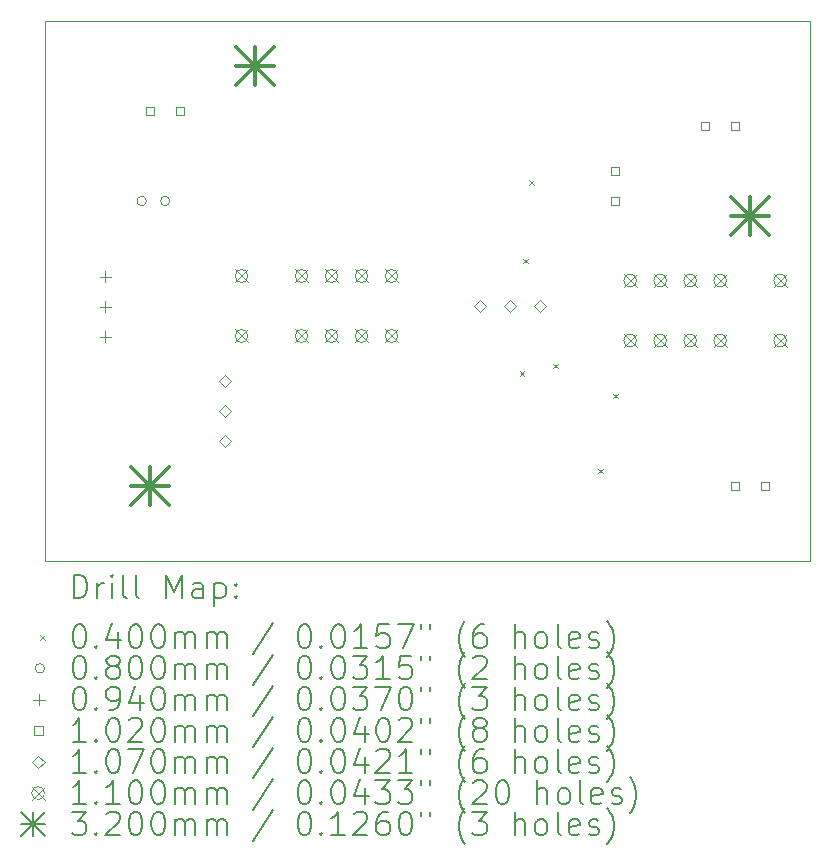
<source format=gbr>
%TF.GenerationSoftware,KiCad,Pcbnew,7.0.2*%
%TF.CreationDate,2023-06-01T11:44:26+02:00*%
%TF.ProjectId,AMS & IMD Reset,414d5320-2620-4494-9d44-205265736574,rev?*%
%TF.SameCoordinates,Original*%
%TF.FileFunction,Drillmap*%
%TF.FilePolarity,Positive*%
%FSLAX45Y45*%
G04 Gerber Fmt 4.5, Leading zero omitted, Abs format (unit mm)*
G04 Created by KiCad (PCBNEW 7.0.2) date 2023-06-01 11:44:26*
%MOMM*%
%LPD*%
G01*
G04 APERTURE LIST*
%ADD10C,0.100000*%
%ADD11C,0.200000*%
%ADD12C,0.040000*%
%ADD13C,0.080000*%
%ADD14C,0.094000*%
%ADD15C,0.102000*%
%ADD16C,0.107000*%
%ADD17C,0.110000*%
%ADD18C,0.320000*%
G04 APERTURE END LIST*
D10*
X11811000Y-7592000D02*
X18288000Y-7592000D01*
X18288000Y-12164000D01*
X11811000Y-12164000D01*
X11811000Y-7592000D01*
D11*
D12*
X15828200Y-10556500D02*
X15868200Y-10596500D01*
X15868200Y-10556500D02*
X15828200Y-10596500D01*
X15855000Y-9604000D02*
X15895000Y-9644000D01*
X15895000Y-9604000D02*
X15855000Y-9644000D01*
X15907600Y-8941000D02*
X15947600Y-8981000D01*
X15947600Y-8941000D02*
X15907600Y-8981000D01*
X16109000Y-10493000D02*
X16149000Y-10533000D01*
X16149000Y-10493000D02*
X16109000Y-10533000D01*
X16490000Y-11382000D02*
X16530000Y-11422000D01*
X16530000Y-11382000D02*
X16490000Y-11422000D01*
X16617000Y-10747000D02*
X16657000Y-10787000D01*
X16657000Y-10747000D02*
X16617000Y-10787000D01*
D13*
X12667000Y-9116000D02*
G75*
G03*
X12667000Y-9116000I-40000J0D01*
G01*
X12867000Y-9116000D02*
G75*
G03*
X12867000Y-9116000I-40000J0D01*
G01*
D14*
X12319000Y-9710000D02*
X12319000Y-9804000D01*
X12272000Y-9757000D02*
X12366000Y-9757000D01*
X12319000Y-9964000D02*
X12319000Y-10058000D01*
X12272000Y-10011000D02*
X12366000Y-10011000D01*
X12319000Y-10218000D02*
X12319000Y-10312000D01*
X12272000Y-10265000D02*
X12366000Y-10265000D01*
D15*
X12736063Y-8390063D02*
X12736063Y-8317937D01*
X12663937Y-8317937D01*
X12663937Y-8390063D01*
X12736063Y-8390063D01*
X12990063Y-8390063D02*
X12990063Y-8317937D01*
X12917937Y-8317937D01*
X12917937Y-8390063D01*
X12990063Y-8390063D01*
X16673063Y-8898063D02*
X16673063Y-8825937D01*
X16600937Y-8825937D01*
X16600937Y-8898063D01*
X16673063Y-8898063D01*
X16673063Y-9152063D02*
X16673063Y-9079937D01*
X16600937Y-9079937D01*
X16600937Y-9152063D01*
X16673063Y-9152063D01*
X17435063Y-8517063D02*
X17435063Y-8444937D01*
X17362937Y-8444937D01*
X17362937Y-8517063D01*
X17435063Y-8517063D01*
X17689063Y-8517063D02*
X17689063Y-8444937D01*
X17616937Y-8444937D01*
X17616937Y-8517063D01*
X17689063Y-8517063D01*
X17689063Y-11565063D02*
X17689063Y-11492937D01*
X17616937Y-11492937D01*
X17616937Y-11565063D01*
X17689063Y-11565063D01*
X17943063Y-11565063D02*
X17943063Y-11492937D01*
X17870937Y-11492937D01*
X17870937Y-11565063D01*
X17943063Y-11565063D01*
D16*
X13335000Y-10693500D02*
X13388500Y-10640000D01*
X13335000Y-10586500D01*
X13281500Y-10640000D01*
X13335000Y-10693500D01*
X13335000Y-10947500D02*
X13388500Y-10894000D01*
X13335000Y-10840500D01*
X13281500Y-10894000D01*
X13335000Y-10947500D01*
X13335000Y-11201500D02*
X13388500Y-11148000D01*
X13335000Y-11094500D01*
X13281500Y-11148000D01*
X13335000Y-11201500D01*
X15494000Y-10058500D02*
X15547500Y-10005000D01*
X15494000Y-9951500D01*
X15440500Y-10005000D01*
X15494000Y-10058500D01*
X15748000Y-10058500D02*
X15801500Y-10005000D01*
X15748000Y-9951500D01*
X15694500Y-10005000D01*
X15748000Y-10058500D01*
X16002000Y-10058500D02*
X16055500Y-10005000D01*
X16002000Y-9951500D01*
X15948500Y-10005000D01*
X16002000Y-10058500D01*
D17*
X13418150Y-9696000D02*
X13528150Y-9806000D01*
X13528150Y-9696000D02*
X13418150Y-9806000D01*
X13528150Y-9751000D02*
G75*
G03*
X13528150Y-9751000I-55000J0D01*
G01*
X13418150Y-10204000D02*
X13528150Y-10314000D01*
X13528150Y-10204000D02*
X13418150Y-10314000D01*
X13528150Y-10259000D02*
G75*
G03*
X13528150Y-10259000I-55000J0D01*
G01*
X13926150Y-9696000D02*
X14036150Y-9806000D01*
X14036150Y-9696000D02*
X13926150Y-9806000D01*
X14036150Y-9751000D02*
G75*
G03*
X14036150Y-9751000I-55000J0D01*
G01*
X13926150Y-10204000D02*
X14036150Y-10314000D01*
X14036150Y-10204000D02*
X13926150Y-10314000D01*
X14036150Y-10259000D02*
G75*
G03*
X14036150Y-10259000I-55000J0D01*
G01*
X14180150Y-9696000D02*
X14290150Y-9806000D01*
X14290150Y-9696000D02*
X14180150Y-9806000D01*
X14290150Y-9751000D02*
G75*
G03*
X14290150Y-9751000I-55000J0D01*
G01*
X14180150Y-10204000D02*
X14290150Y-10314000D01*
X14290150Y-10204000D02*
X14180150Y-10314000D01*
X14290150Y-10259000D02*
G75*
G03*
X14290150Y-10259000I-55000J0D01*
G01*
X14434150Y-9696000D02*
X14544150Y-9806000D01*
X14544150Y-9696000D02*
X14434150Y-9806000D01*
X14544150Y-9751000D02*
G75*
G03*
X14544150Y-9751000I-55000J0D01*
G01*
X14434150Y-10204000D02*
X14544150Y-10314000D01*
X14544150Y-10204000D02*
X14434150Y-10314000D01*
X14544150Y-10259000D02*
G75*
G03*
X14544150Y-10259000I-55000J0D01*
G01*
X14688150Y-9696000D02*
X14798150Y-9806000D01*
X14798150Y-9696000D02*
X14688150Y-9806000D01*
X14798150Y-9751000D02*
G75*
G03*
X14798150Y-9751000I-55000J0D01*
G01*
X14688150Y-10204000D02*
X14798150Y-10314000D01*
X14798150Y-10204000D02*
X14688150Y-10314000D01*
X14798150Y-10259000D02*
G75*
G03*
X14798150Y-10259000I-55000J0D01*
G01*
X16709000Y-9734191D02*
X16819000Y-9844191D01*
X16819000Y-9734191D02*
X16709000Y-9844191D01*
X16819000Y-9789191D02*
G75*
G03*
X16819000Y-9789191I-55000J0D01*
G01*
X16709000Y-10242191D02*
X16819000Y-10352191D01*
X16819000Y-10242191D02*
X16709000Y-10352191D01*
X16819000Y-10297191D02*
G75*
G03*
X16819000Y-10297191I-55000J0D01*
G01*
X16963000Y-9734191D02*
X17073000Y-9844191D01*
X17073000Y-9734191D02*
X16963000Y-9844191D01*
X17073000Y-9789191D02*
G75*
G03*
X17073000Y-9789191I-55000J0D01*
G01*
X16963000Y-10242191D02*
X17073000Y-10352191D01*
X17073000Y-10242191D02*
X16963000Y-10352191D01*
X17073000Y-10297191D02*
G75*
G03*
X17073000Y-10297191I-55000J0D01*
G01*
X17217000Y-9734191D02*
X17327000Y-9844191D01*
X17327000Y-9734191D02*
X17217000Y-9844191D01*
X17327000Y-9789191D02*
G75*
G03*
X17327000Y-9789191I-55000J0D01*
G01*
X17217000Y-10242191D02*
X17327000Y-10352191D01*
X17327000Y-10242191D02*
X17217000Y-10352191D01*
X17327000Y-10297191D02*
G75*
G03*
X17327000Y-10297191I-55000J0D01*
G01*
X17471000Y-9734191D02*
X17581000Y-9844191D01*
X17581000Y-9734191D02*
X17471000Y-9844191D01*
X17581000Y-9789191D02*
G75*
G03*
X17581000Y-9789191I-55000J0D01*
G01*
X17471000Y-10242191D02*
X17581000Y-10352191D01*
X17581000Y-10242191D02*
X17471000Y-10352191D01*
X17581000Y-10297191D02*
G75*
G03*
X17581000Y-10297191I-55000J0D01*
G01*
X17979000Y-9734191D02*
X18089000Y-9844191D01*
X18089000Y-9734191D02*
X17979000Y-9844191D01*
X18089000Y-9789191D02*
G75*
G03*
X18089000Y-9789191I-55000J0D01*
G01*
X17979000Y-10242191D02*
X18089000Y-10352191D01*
X18089000Y-10242191D02*
X17979000Y-10352191D01*
X18089000Y-10297191D02*
G75*
G03*
X18089000Y-10297191I-55000J0D01*
G01*
D18*
X12540000Y-11369000D02*
X12860000Y-11689000D01*
X12860000Y-11369000D02*
X12540000Y-11689000D01*
X12700000Y-11369000D02*
X12700000Y-11689000D01*
X12540000Y-11529000D02*
X12860000Y-11529000D01*
X13429000Y-7813000D02*
X13749000Y-8133000D01*
X13749000Y-7813000D02*
X13429000Y-8133000D01*
X13589000Y-7813000D02*
X13589000Y-8133000D01*
X13429000Y-7973000D02*
X13749000Y-7973000D01*
X17620000Y-9083000D02*
X17940000Y-9403000D01*
X17940000Y-9083000D02*
X17620000Y-9403000D01*
X17780000Y-9083000D02*
X17780000Y-9403000D01*
X17620000Y-9243000D02*
X17940000Y-9243000D01*
D11*
X12053619Y-12481524D02*
X12053619Y-12281524D01*
X12053619Y-12281524D02*
X12101238Y-12281524D01*
X12101238Y-12281524D02*
X12129809Y-12291048D01*
X12129809Y-12291048D02*
X12148857Y-12310095D01*
X12148857Y-12310095D02*
X12158381Y-12329143D01*
X12158381Y-12329143D02*
X12167905Y-12367238D01*
X12167905Y-12367238D02*
X12167905Y-12395809D01*
X12167905Y-12395809D02*
X12158381Y-12433905D01*
X12158381Y-12433905D02*
X12148857Y-12452952D01*
X12148857Y-12452952D02*
X12129809Y-12472000D01*
X12129809Y-12472000D02*
X12101238Y-12481524D01*
X12101238Y-12481524D02*
X12053619Y-12481524D01*
X12253619Y-12481524D02*
X12253619Y-12348190D01*
X12253619Y-12386286D02*
X12263143Y-12367238D01*
X12263143Y-12367238D02*
X12272667Y-12357714D01*
X12272667Y-12357714D02*
X12291714Y-12348190D01*
X12291714Y-12348190D02*
X12310762Y-12348190D01*
X12377428Y-12481524D02*
X12377428Y-12348190D01*
X12377428Y-12281524D02*
X12367905Y-12291048D01*
X12367905Y-12291048D02*
X12377428Y-12300571D01*
X12377428Y-12300571D02*
X12386952Y-12291048D01*
X12386952Y-12291048D02*
X12377428Y-12281524D01*
X12377428Y-12281524D02*
X12377428Y-12300571D01*
X12501238Y-12481524D02*
X12482190Y-12472000D01*
X12482190Y-12472000D02*
X12472667Y-12452952D01*
X12472667Y-12452952D02*
X12472667Y-12281524D01*
X12606000Y-12481524D02*
X12586952Y-12472000D01*
X12586952Y-12472000D02*
X12577428Y-12452952D01*
X12577428Y-12452952D02*
X12577428Y-12281524D01*
X12834571Y-12481524D02*
X12834571Y-12281524D01*
X12834571Y-12281524D02*
X12901238Y-12424381D01*
X12901238Y-12424381D02*
X12967905Y-12281524D01*
X12967905Y-12281524D02*
X12967905Y-12481524D01*
X13148857Y-12481524D02*
X13148857Y-12376762D01*
X13148857Y-12376762D02*
X13139333Y-12357714D01*
X13139333Y-12357714D02*
X13120286Y-12348190D01*
X13120286Y-12348190D02*
X13082190Y-12348190D01*
X13082190Y-12348190D02*
X13063143Y-12357714D01*
X13148857Y-12472000D02*
X13129809Y-12481524D01*
X13129809Y-12481524D02*
X13082190Y-12481524D01*
X13082190Y-12481524D02*
X13063143Y-12472000D01*
X13063143Y-12472000D02*
X13053619Y-12452952D01*
X13053619Y-12452952D02*
X13053619Y-12433905D01*
X13053619Y-12433905D02*
X13063143Y-12414857D01*
X13063143Y-12414857D02*
X13082190Y-12405333D01*
X13082190Y-12405333D02*
X13129809Y-12405333D01*
X13129809Y-12405333D02*
X13148857Y-12395809D01*
X13244095Y-12348190D02*
X13244095Y-12548190D01*
X13244095Y-12357714D02*
X13263143Y-12348190D01*
X13263143Y-12348190D02*
X13301238Y-12348190D01*
X13301238Y-12348190D02*
X13320286Y-12357714D01*
X13320286Y-12357714D02*
X13329809Y-12367238D01*
X13329809Y-12367238D02*
X13339333Y-12386286D01*
X13339333Y-12386286D02*
X13339333Y-12443428D01*
X13339333Y-12443428D02*
X13329809Y-12462476D01*
X13329809Y-12462476D02*
X13320286Y-12472000D01*
X13320286Y-12472000D02*
X13301238Y-12481524D01*
X13301238Y-12481524D02*
X13263143Y-12481524D01*
X13263143Y-12481524D02*
X13244095Y-12472000D01*
X13425048Y-12462476D02*
X13434571Y-12472000D01*
X13434571Y-12472000D02*
X13425048Y-12481524D01*
X13425048Y-12481524D02*
X13415524Y-12472000D01*
X13415524Y-12472000D02*
X13425048Y-12462476D01*
X13425048Y-12462476D02*
X13425048Y-12481524D01*
X13425048Y-12357714D02*
X13434571Y-12367238D01*
X13434571Y-12367238D02*
X13425048Y-12376762D01*
X13425048Y-12376762D02*
X13415524Y-12367238D01*
X13415524Y-12367238D02*
X13425048Y-12357714D01*
X13425048Y-12357714D02*
X13425048Y-12376762D01*
D12*
X11766000Y-12789000D02*
X11806000Y-12829000D01*
X11806000Y-12789000D02*
X11766000Y-12829000D01*
D11*
X12091714Y-12701524D02*
X12110762Y-12701524D01*
X12110762Y-12701524D02*
X12129809Y-12711048D01*
X12129809Y-12711048D02*
X12139333Y-12720571D01*
X12139333Y-12720571D02*
X12148857Y-12739619D01*
X12148857Y-12739619D02*
X12158381Y-12777714D01*
X12158381Y-12777714D02*
X12158381Y-12825333D01*
X12158381Y-12825333D02*
X12148857Y-12863428D01*
X12148857Y-12863428D02*
X12139333Y-12882476D01*
X12139333Y-12882476D02*
X12129809Y-12892000D01*
X12129809Y-12892000D02*
X12110762Y-12901524D01*
X12110762Y-12901524D02*
X12091714Y-12901524D01*
X12091714Y-12901524D02*
X12072667Y-12892000D01*
X12072667Y-12892000D02*
X12063143Y-12882476D01*
X12063143Y-12882476D02*
X12053619Y-12863428D01*
X12053619Y-12863428D02*
X12044095Y-12825333D01*
X12044095Y-12825333D02*
X12044095Y-12777714D01*
X12044095Y-12777714D02*
X12053619Y-12739619D01*
X12053619Y-12739619D02*
X12063143Y-12720571D01*
X12063143Y-12720571D02*
X12072667Y-12711048D01*
X12072667Y-12711048D02*
X12091714Y-12701524D01*
X12244095Y-12882476D02*
X12253619Y-12892000D01*
X12253619Y-12892000D02*
X12244095Y-12901524D01*
X12244095Y-12901524D02*
X12234571Y-12892000D01*
X12234571Y-12892000D02*
X12244095Y-12882476D01*
X12244095Y-12882476D02*
X12244095Y-12901524D01*
X12425048Y-12768190D02*
X12425048Y-12901524D01*
X12377428Y-12692000D02*
X12329809Y-12834857D01*
X12329809Y-12834857D02*
X12453619Y-12834857D01*
X12567905Y-12701524D02*
X12586952Y-12701524D01*
X12586952Y-12701524D02*
X12606000Y-12711048D01*
X12606000Y-12711048D02*
X12615524Y-12720571D01*
X12615524Y-12720571D02*
X12625048Y-12739619D01*
X12625048Y-12739619D02*
X12634571Y-12777714D01*
X12634571Y-12777714D02*
X12634571Y-12825333D01*
X12634571Y-12825333D02*
X12625048Y-12863428D01*
X12625048Y-12863428D02*
X12615524Y-12882476D01*
X12615524Y-12882476D02*
X12606000Y-12892000D01*
X12606000Y-12892000D02*
X12586952Y-12901524D01*
X12586952Y-12901524D02*
X12567905Y-12901524D01*
X12567905Y-12901524D02*
X12548857Y-12892000D01*
X12548857Y-12892000D02*
X12539333Y-12882476D01*
X12539333Y-12882476D02*
X12529809Y-12863428D01*
X12529809Y-12863428D02*
X12520286Y-12825333D01*
X12520286Y-12825333D02*
X12520286Y-12777714D01*
X12520286Y-12777714D02*
X12529809Y-12739619D01*
X12529809Y-12739619D02*
X12539333Y-12720571D01*
X12539333Y-12720571D02*
X12548857Y-12711048D01*
X12548857Y-12711048D02*
X12567905Y-12701524D01*
X12758381Y-12701524D02*
X12777429Y-12701524D01*
X12777429Y-12701524D02*
X12796476Y-12711048D01*
X12796476Y-12711048D02*
X12806000Y-12720571D01*
X12806000Y-12720571D02*
X12815524Y-12739619D01*
X12815524Y-12739619D02*
X12825048Y-12777714D01*
X12825048Y-12777714D02*
X12825048Y-12825333D01*
X12825048Y-12825333D02*
X12815524Y-12863428D01*
X12815524Y-12863428D02*
X12806000Y-12882476D01*
X12806000Y-12882476D02*
X12796476Y-12892000D01*
X12796476Y-12892000D02*
X12777429Y-12901524D01*
X12777429Y-12901524D02*
X12758381Y-12901524D01*
X12758381Y-12901524D02*
X12739333Y-12892000D01*
X12739333Y-12892000D02*
X12729809Y-12882476D01*
X12729809Y-12882476D02*
X12720286Y-12863428D01*
X12720286Y-12863428D02*
X12710762Y-12825333D01*
X12710762Y-12825333D02*
X12710762Y-12777714D01*
X12710762Y-12777714D02*
X12720286Y-12739619D01*
X12720286Y-12739619D02*
X12729809Y-12720571D01*
X12729809Y-12720571D02*
X12739333Y-12711048D01*
X12739333Y-12711048D02*
X12758381Y-12701524D01*
X12910762Y-12901524D02*
X12910762Y-12768190D01*
X12910762Y-12787238D02*
X12920286Y-12777714D01*
X12920286Y-12777714D02*
X12939333Y-12768190D01*
X12939333Y-12768190D02*
X12967905Y-12768190D01*
X12967905Y-12768190D02*
X12986952Y-12777714D01*
X12986952Y-12777714D02*
X12996476Y-12796762D01*
X12996476Y-12796762D02*
X12996476Y-12901524D01*
X12996476Y-12796762D02*
X13006000Y-12777714D01*
X13006000Y-12777714D02*
X13025048Y-12768190D01*
X13025048Y-12768190D02*
X13053619Y-12768190D01*
X13053619Y-12768190D02*
X13072667Y-12777714D01*
X13072667Y-12777714D02*
X13082190Y-12796762D01*
X13082190Y-12796762D02*
X13082190Y-12901524D01*
X13177429Y-12901524D02*
X13177429Y-12768190D01*
X13177429Y-12787238D02*
X13186952Y-12777714D01*
X13186952Y-12777714D02*
X13206000Y-12768190D01*
X13206000Y-12768190D02*
X13234571Y-12768190D01*
X13234571Y-12768190D02*
X13253619Y-12777714D01*
X13253619Y-12777714D02*
X13263143Y-12796762D01*
X13263143Y-12796762D02*
X13263143Y-12901524D01*
X13263143Y-12796762D02*
X13272667Y-12777714D01*
X13272667Y-12777714D02*
X13291714Y-12768190D01*
X13291714Y-12768190D02*
X13320286Y-12768190D01*
X13320286Y-12768190D02*
X13339333Y-12777714D01*
X13339333Y-12777714D02*
X13348857Y-12796762D01*
X13348857Y-12796762D02*
X13348857Y-12901524D01*
X13739333Y-12692000D02*
X13567905Y-12949143D01*
X13996476Y-12701524D02*
X14015524Y-12701524D01*
X14015524Y-12701524D02*
X14034572Y-12711048D01*
X14034572Y-12711048D02*
X14044095Y-12720571D01*
X14044095Y-12720571D02*
X14053619Y-12739619D01*
X14053619Y-12739619D02*
X14063143Y-12777714D01*
X14063143Y-12777714D02*
X14063143Y-12825333D01*
X14063143Y-12825333D02*
X14053619Y-12863428D01*
X14053619Y-12863428D02*
X14044095Y-12882476D01*
X14044095Y-12882476D02*
X14034572Y-12892000D01*
X14034572Y-12892000D02*
X14015524Y-12901524D01*
X14015524Y-12901524D02*
X13996476Y-12901524D01*
X13996476Y-12901524D02*
X13977429Y-12892000D01*
X13977429Y-12892000D02*
X13967905Y-12882476D01*
X13967905Y-12882476D02*
X13958381Y-12863428D01*
X13958381Y-12863428D02*
X13948857Y-12825333D01*
X13948857Y-12825333D02*
X13948857Y-12777714D01*
X13948857Y-12777714D02*
X13958381Y-12739619D01*
X13958381Y-12739619D02*
X13967905Y-12720571D01*
X13967905Y-12720571D02*
X13977429Y-12711048D01*
X13977429Y-12711048D02*
X13996476Y-12701524D01*
X14148857Y-12882476D02*
X14158381Y-12892000D01*
X14158381Y-12892000D02*
X14148857Y-12901524D01*
X14148857Y-12901524D02*
X14139333Y-12892000D01*
X14139333Y-12892000D02*
X14148857Y-12882476D01*
X14148857Y-12882476D02*
X14148857Y-12901524D01*
X14282191Y-12701524D02*
X14301238Y-12701524D01*
X14301238Y-12701524D02*
X14320286Y-12711048D01*
X14320286Y-12711048D02*
X14329810Y-12720571D01*
X14329810Y-12720571D02*
X14339333Y-12739619D01*
X14339333Y-12739619D02*
X14348857Y-12777714D01*
X14348857Y-12777714D02*
X14348857Y-12825333D01*
X14348857Y-12825333D02*
X14339333Y-12863428D01*
X14339333Y-12863428D02*
X14329810Y-12882476D01*
X14329810Y-12882476D02*
X14320286Y-12892000D01*
X14320286Y-12892000D02*
X14301238Y-12901524D01*
X14301238Y-12901524D02*
X14282191Y-12901524D01*
X14282191Y-12901524D02*
X14263143Y-12892000D01*
X14263143Y-12892000D02*
X14253619Y-12882476D01*
X14253619Y-12882476D02*
X14244095Y-12863428D01*
X14244095Y-12863428D02*
X14234572Y-12825333D01*
X14234572Y-12825333D02*
X14234572Y-12777714D01*
X14234572Y-12777714D02*
X14244095Y-12739619D01*
X14244095Y-12739619D02*
X14253619Y-12720571D01*
X14253619Y-12720571D02*
X14263143Y-12711048D01*
X14263143Y-12711048D02*
X14282191Y-12701524D01*
X14539333Y-12901524D02*
X14425048Y-12901524D01*
X14482191Y-12901524D02*
X14482191Y-12701524D01*
X14482191Y-12701524D02*
X14463143Y-12730095D01*
X14463143Y-12730095D02*
X14444095Y-12749143D01*
X14444095Y-12749143D02*
X14425048Y-12758667D01*
X14720286Y-12701524D02*
X14625048Y-12701524D01*
X14625048Y-12701524D02*
X14615524Y-12796762D01*
X14615524Y-12796762D02*
X14625048Y-12787238D01*
X14625048Y-12787238D02*
X14644095Y-12777714D01*
X14644095Y-12777714D02*
X14691714Y-12777714D01*
X14691714Y-12777714D02*
X14710762Y-12787238D01*
X14710762Y-12787238D02*
X14720286Y-12796762D01*
X14720286Y-12796762D02*
X14729810Y-12815809D01*
X14729810Y-12815809D02*
X14729810Y-12863428D01*
X14729810Y-12863428D02*
X14720286Y-12882476D01*
X14720286Y-12882476D02*
X14710762Y-12892000D01*
X14710762Y-12892000D02*
X14691714Y-12901524D01*
X14691714Y-12901524D02*
X14644095Y-12901524D01*
X14644095Y-12901524D02*
X14625048Y-12892000D01*
X14625048Y-12892000D02*
X14615524Y-12882476D01*
X14796476Y-12701524D02*
X14929810Y-12701524D01*
X14929810Y-12701524D02*
X14844095Y-12901524D01*
X14996476Y-12701524D02*
X14996476Y-12739619D01*
X15072667Y-12701524D02*
X15072667Y-12739619D01*
X15367905Y-12977714D02*
X15358381Y-12968190D01*
X15358381Y-12968190D02*
X15339334Y-12939619D01*
X15339334Y-12939619D02*
X15329810Y-12920571D01*
X15329810Y-12920571D02*
X15320286Y-12892000D01*
X15320286Y-12892000D02*
X15310762Y-12844381D01*
X15310762Y-12844381D02*
X15310762Y-12806286D01*
X15310762Y-12806286D02*
X15320286Y-12758667D01*
X15320286Y-12758667D02*
X15329810Y-12730095D01*
X15329810Y-12730095D02*
X15339334Y-12711048D01*
X15339334Y-12711048D02*
X15358381Y-12682476D01*
X15358381Y-12682476D02*
X15367905Y-12672952D01*
X15529810Y-12701524D02*
X15491714Y-12701524D01*
X15491714Y-12701524D02*
X15472667Y-12711048D01*
X15472667Y-12711048D02*
X15463143Y-12720571D01*
X15463143Y-12720571D02*
X15444095Y-12749143D01*
X15444095Y-12749143D02*
X15434572Y-12787238D01*
X15434572Y-12787238D02*
X15434572Y-12863428D01*
X15434572Y-12863428D02*
X15444095Y-12882476D01*
X15444095Y-12882476D02*
X15453619Y-12892000D01*
X15453619Y-12892000D02*
X15472667Y-12901524D01*
X15472667Y-12901524D02*
X15510762Y-12901524D01*
X15510762Y-12901524D02*
X15529810Y-12892000D01*
X15529810Y-12892000D02*
X15539334Y-12882476D01*
X15539334Y-12882476D02*
X15548857Y-12863428D01*
X15548857Y-12863428D02*
X15548857Y-12815809D01*
X15548857Y-12815809D02*
X15539334Y-12796762D01*
X15539334Y-12796762D02*
X15529810Y-12787238D01*
X15529810Y-12787238D02*
X15510762Y-12777714D01*
X15510762Y-12777714D02*
X15472667Y-12777714D01*
X15472667Y-12777714D02*
X15453619Y-12787238D01*
X15453619Y-12787238D02*
X15444095Y-12796762D01*
X15444095Y-12796762D02*
X15434572Y-12815809D01*
X15786953Y-12901524D02*
X15786953Y-12701524D01*
X15872667Y-12901524D02*
X15872667Y-12796762D01*
X15872667Y-12796762D02*
X15863143Y-12777714D01*
X15863143Y-12777714D02*
X15844096Y-12768190D01*
X15844096Y-12768190D02*
X15815524Y-12768190D01*
X15815524Y-12768190D02*
X15796476Y-12777714D01*
X15796476Y-12777714D02*
X15786953Y-12787238D01*
X15996476Y-12901524D02*
X15977429Y-12892000D01*
X15977429Y-12892000D02*
X15967905Y-12882476D01*
X15967905Y-12882476D02*
X15958381Y-12863428D01*
X15958381Y-12863428D02*
X15958381Y-12806286D01*
X15958381Y-12806286D02*
X15967905Y-12787238D01*
X15967905Y-12787238D02*
X15977429Y-12777714D01*
X15977429Y-12777714D02*
X15996476Y-12768190D01*
X15996476Y-12768190D02*
X16025048Y-12768190D01*
X16025048Y-12768190D02*
X16044096Y-12777714D01*
X16044096Y-12777714D02*
X16053619Y-12787238D01*
X16053619Y-12787238D02*
X16063143Y-12806286D01*
X16063143Y-12806286D02*
X16063143Y-12863428D01*
X16063143Y-12863428D02*
X16053619Y-12882476D01*
X16053619Y-12882476D02*
X16044096Y-12892000D01*
X16044096Y-12892000D02*
X16025048Y-12901524D01*
X16025048Y-12901524D02*
X15996476Y-12901524D01*
X16177429Y-12901524D02*
X16158381Y-12892000D01*
X16158381Y-12892000D02*
X16148857Y-12872952D01*
X16148857Y-12872952D02*
X16148857Y-12701524D01*
X16329810Y-12892000D02*
X16310762Y-12901524D01*
X16310762Y-12901524D02*
X16272667Y-12901524D01*
X16272667Y-12901524D02*
X16253619Y-12892000D01*
X16253619Y-12892000D02*
X16244096Y-12872952D01*
X16244096Y-12872952D02*
X16244096Y-12796762D01*
X16244096Y-12796762D02*
X16253619Y-12777714D01*
X16253619Y-12777714D02*
X16272667Y-12768190D01*
X16272667Y-12768190D02*
X16310762Y-12768190D01*
X16310762Y-12768190D02*
X16329810Y-12777714D01*
X16329810Y-12777714D02*
X16339334Y-12796762D01*
X16339334Y-12796762D02*
X16339334Y-12815809D01*
X16339334Y-12815809D02*
X16244096Y-12834857D01*
X16415524Y-12892000D02*
X16434572Y-12901524D01*
X16434572Y-12901524D02*
X16472667Y-12901524D01*
X16472667Y-12901524D02*
X16491715Y-12892000D01*
X16491715Y-12892000D02*
X16501238Y-12872952D01*
X16501238Y-12872952D02*
X16501238Y-12863428D01*
X16501238Y-12863428D02*
X16491715Y-12844381D01*
X16491715Y-12844381D02*
X16472667Y-12834857D01*
X16472667Y-12834857D02*
X16444096Y-12834857D01*
X16444096Y-12834857D02*
X16425048Y-12825333D01*
X16425048Y-12825333D02*
X16415524Y-12806286D01*
X16415524Y-12806286D02*
X16415524Y-12796762D01*
X16415524Y-12796762D02*
X16425048Y-12777714D01*
X16425048Y-12777714D02*
X16444096Y-12768190D01*
X16444096Y-12768190D02*
X16472667Y-12768190D01*
X16472667Y-12768190D02*
X16491715Y-12777714D01*
X16567905Y-12977714D02*
X16577429Y-12968190D01*
X16577429Y-12968190D02*
X16596477Y-12939619D01*
X16596477Y-12939619D02*
X16606000Y-12920571D01*
X16606000Y-12920571D02*
X16615524Y-12892000D01*
X16615524Y-12892000D02*
X16625048Y-12844381D01*
X16625048Y-12844381D02*
X16625048Y-12806286D01*
X16625048Y-12806286D02*
X16615524Y-12758667D01*
X16615524Y-12758667D02*
X16606000Y-12730095D01*
X16606000Y-12730095D02*
X16596477Y-12711048D01*
X16596477Y-12711048D02*
X16577429Y-12682476D01*
X16577429Y-12682476D02*
X16567905Y-12672952D01*
D13*
X11806000Y-13073000D02*
G75*
G03*
X11806000Y-13073000I-40000J0D01*
G01*
D11*
X12091714Y-12965524D02*
X12110762Y-12965524D01*
X12110762Y-12965524D02*
X12129809Y-12975048D01*
X12129809Y-12975048D02*
X12139333Y-12984571D01*
X12139333Y-12984571D02*
X12148857Y-13003619D01*
X12148857Y-13003619D02*
X12158381Y-13041714D01*
X12158381Y-13041714D02*
X12158381Y-13089333D01*
X12158381Y-13089333D02*
X12148857Y-13127428D01*
X12148857Y-13127428D02*
X12139333Y-13146476D01*
X12139333Y-13146476D02*
X12129809Y-13156000D01*
X12129809Y-13156000D02*
X12110762Y-13165524D01*
X12110762Y-13165524D02*
X12091714Y-13165524D01*
X12091714Y-13165524D02*
X12072667Y-13156000D01*
X12072667Y-13156000D02*
X12063143Y-13146476D01*
X12063143Y-13146476D02*
X12053619Y-13127428D01*
X12053619Y-13127428D02*
X12044095Y-13089333D01*
X12044095Y-13089333D02*
X12044095Y-13041714D01*
X12044095Y-13041714D02*
X12053619Y-13003619D01*
X12053619Y-13003619D02*
X12063143Y-12984571D01*
X12063143Y-12984571D02*
X12072667Y-12975048D01*
X12072667Y-12975048D02*
X12091714Y-12965524D01*
X12244095Y-13146476D02*
X12253619Y-13156000D01*
X12253619Y-13156000D02*
X12244095Y-13165524D01*
X12244095Y-13165524D02*
X12234571Y-13156000D01*
X12234571Y-13156000D02*
X12244095Y-13146476D01*
X12244095Y-13146476D02*
X12244095Y-13165524D01*
X12367905Y-13051238D02*
X12348857Y-13041714D01*
X12348857Y-13041714D02*
X12339333Y-13032190D01*
X12339333Y-13032190D02*
X12329809Y-13013143D01*
X12329809Y-13013143D02*
X12329809Y-13003619D01*
X12329809Y-13003619D02*
X12339333Y-12984571D01*
X12339333Y-12984571D02*
X12348857Y-12975048D01*
X12348857Y-12975048D02*
X12367905Y-12965524D01*
X12367905Y-12965524D02*
X12406000Y-12965524D01*
X12406000Y-12965524D02*
X12425048Y-12975048D01*
X12425048Y-12975048D02*
X12434571Y-12984571D01*
X12434571Y-12984571D02*
X12444095Y-13003619D01*
X12444095Y-13003619D02*
X12444095Y-13013143D01*
X12444095Y-13013143D02*
X12434571Y-13032190D01*
X12434571Y-13032190D02*
X12425048Y-13041714D01*
X12425048Y-13041714D02*
X12406000Y-13051238D01*
X12406000Y-13051238D02*
X12367905Y-13051238D01*
X12367905Y-13051238D02*
X12348857Y-13060762D01*
X12348857Y-13060762D02*
X12339333Y-13070286D01*
X12339333Y-13070286D02*
X12329809Y-13089333D01*
X12329809Y-13089333D02*
X12329809Y-13127428D01*
X12329809Y-13127428D02*
X12339333Y-13146476D01*
X12339333Y-13146476D02*
X12348857Y-13156000D01*
X12348857Y-13156000D02*
X12367905Y-13165524D01*
X12367905Y-13165524D02*
X12406000Y-13165524D01*
X12406000Y-13165524D02*
X12425048Y-13156000D01*
X12425048Y-13156000D02*
X12434571Y-13146476D01*
X12434571Y-13146476D02*
X12444095Y-13127428D01*
X12444095Y-13127428D02*
X12444095Y-13089333D01*
X12444095Y-13089333D02*
X12434571Y-13070286D01*
X12434571Y-13070286D02*
X12425048Y-13060762D01*
X12425048Y-13060762D02*
X12406000Y-13051238D01*
X12567905Y-12965524D02*
X12586952Y-12965524D01*
X12586952Y-12965524D02*
X12606000Y-12975048D01*
X12606000Y-12975048D02*
X12615524Y-12984571D01*
X12615524Y-12984571D02*
X12625048Y-13003619D01*
X12625048Y-13003619D02*
X12634571Y-13041714D01*
X12634571Y-13041714D02*
X12634571Y-13089333D01*
X12634571Y-13089333D02*
X12625048Y-13127428D01*
X12625048Y-13127428D02*
X12615524Y-13146476D01*
X12615524Y-13146476D02*
X12606000Y-13156000D01*
X12606000Y-13156000D02*
X12586952Y-13165524D01*
X12586952Y-13165524D02*
X12567905Y-13165524D01*
X12567905Y-13165524D02*
X12548857Y-13156000D01*
X12548857Y-13156000D02*
X12539333Y-13146476D01*
X12539333Y-13146476D02*
X12529809Y-13127428D01*
X12529809Y-13127428D02*
X12520286Y-13089333D01*
X12520286Y-13089333D02*
X12520286Y-13041714D01*
X12520286Y-13041714D02*
X12529809Y-13003619D01*
X12529809Y-13003619D02*
X12539333Y-12984571D01*
X12539333Y-12984571D02*
X12548857Y-12975048D01*
X12548857Y-12975048D02*
X12567905Y-12965524D01*
X12758381Y-12965524D02*
X12777429Y-12965524D01*
X12777429Y-12965524D02*
X12796476Y-12975048D01*
X12796476Y-12975048D02*
X12806000Y-12984571D01*
X12806000Y-12984571D02*
X12815524Y-13003619D01*
X12815524Y-13003619D02*
X12825048Y-13041714D01*
X12825048Y-13041714D02*
X12825048Y-13089333D01*
X12825048Y-13089333D02*
X12815524Y-13127428D01*
X12815524Y-13127428D02*
X12806000Y-13146476D01*
X12806000Y-13146476D02*
X12796476Y-13156000D01*
X12796476Y-13156000D02*
X12777429Y-13165524D01*
X12777429Y-13165524D02*
X12758381Y-13165524D01*
X12758381Y-13165524D02*
X12739333Y-13156000D01*
X12739333Y-13156000D02*
X12729809Y-13146476D01*
X12729809Y-13146476D02*
X12720286Y-13127428D01*
X12720286Y-13127428D02*
X12710762Y-13089333D01*
X12710762Y-13089333D02*
X12710762Y-13041714D01*
X12710762Y-13041714D02*
X12720286Y-13003619D01*
X12720286Y-13003619D02*
X12729809Y-12984571D01*
X12729809Y-12984571D02*
X12739333Y-12975048D01*
X12739333Y-12975048D02*
X12758381Y-12965524D01*
X12910762Y-13165524D02*
X12910762Y-13032190D01*
X12910762Y-13051238D02*
X12920286Y-13041714D01*
X12920286Y-13041714D02*
X12939333Y-13032190D01*
X12939333Y-13032190D02*
X12967905Y-13032190D01*
X12967905Y-13032190D02*
X12986952Y-13041714D01*
X12986952Y-13041714D02*
X12996476Y-13060762D01*
X12996476Y-13060762D02*
X12996476Y-13165524D01*
X12996476Y-13060762D02*
X13006000Y-13041714D01*
X13006000Y-13041714D02*
X13025048Y-13032190D01*
X13025048Y-13032190D02*
X13053619Y-13032190D01*
X13053619Y-13032190D02*
X13072667Y-13041714D01*
X13072667Y-13041714D02*
X13082190Y-13060762D01*
X13082190Y-13060762D02*
X13082190Y-13165524D01*
X13177429Y-13165524D02*
X13177429Y-13032190D01*
X13177429Y-13051238D02*
X13186952Y-13041714D01*
X13186952Y-13041714D02*
X13206000Y-13032190D01*
X13206000Y-13032190D02*
X13234571Y-13032190D01*
X13234571Y-13032190D02*
X13253619Y-13041714D01*
X13253619Y-13041714D02*
X13263143Y-13060762D01*
X13263143Y-13060762D02*
X13263143Y-13165524D01*
X13263143Y-13060762D02*
X13272667Y-13041714D01*
X13272667Y-13041714D02*
X13291714Y-13032190D01*
X13291714Y-13032190D02*
X13320286Y-13032190D01*
X13320286Y-13032190D02*
X13339333Y-13041714D01*
X13339333Y-13041714D02*
X13348857Y-13060762D01*
X13348857Y-13060762D02*
X13348857Y-13165524D01*
X13739333Y-12956000D02*
X13567905Y-13213143D01*
X13996476Y-12965524D02*
X14015524Y-12965524D01*
X14015524Y-12965524D02*
X14034572Y-12975048D01*
X14034572Y-12975048D02*
X14044095Y-12984571D01*
X14044095Y-12984571D02*
X14053619Y-13003619D01*
X14053619Y-13003619D02*
X14063143Y-13041714D01*
X14063143Y-13041714D02*
X14063143Y-13089333D01*
X14063143Y-13089333D02*
X14053619Y-13127428D01*
X14053619Y-13127428D02*
X14044095Y-13146476D01*
X14044095Y-13146476D02*
X14034572Y-13156000D01*
X14034572Y-13156000D02*
X14015524Y-13165524D01*
X14015524Y-13165524D02*
X13996476Y-13165524D01*
X13996476Y-13165524D02*
X13977429Y-13156000D01*
X13977429Y-13156000D02*
X13967905Y-13146476D01*
X13967905Y-13146476D02*
X13958381Y-13127428D01*
X13958381Y-13127428D02*
X13948857Y-13089333D01*
X13948857Y-13089333D02*
X13948857Y-13041714D01*
X13948857Y-13041714D02*
X13958381Y-13003619D01*
X13958381Y-13003619D02*
X13967905Y-12984571D01*
X13967905Y-12984571D02*
X13977429Y-12975048D01*
X13977429Y-12975048D02*
X13996476Y-12965524D01*
X14148857Y-13146476D02*
X14158381Y-13156000D01*
X14158381Y-13156000D02*
X14148857Y-13165524D01*
X14148857Y-13165524D02*
X14139333Y-13156000D01*
X14139333Y-13156000D02*
X14148857Y-13146476D01*
X14148857Y-13146476D02*
X14148857Y-13165524D01*
X14282191Y-12965524D02*
X14301238Y-12965524D01*
X14301238Y-12965524D02*
X14320286Y-12975048D01*
X14320286Y-12975048D02*
X14329810Y-12984571D01*
X14329810Y-12984571D02*
X14339333Y-13003619D01*
X14339333Y-13003619D02*
X14348857Y-13041714D01*
X14348857Y-13041714D02*
X14348857Y-13089333D01*
X14348857Y-13089333D02*
X14339333Y-13127428D01*
X14339333Y-13127428D02*
X14329810Y-13146476D01*
X14329810Y-13146476D02*
X14320286Y-13156000D01*
X14320286Y-13156000D02*
X14301238Y-13165524D01*
X14301238Y-13165524D02*
X14282191Y-13165524D01*
X14282191Y-13165524D02*
X14263143Y-13156000D01*
X14263143Y-13156000D02*
X14253619Y-13146476D01*
X14253619Y-13146476D02*
X14244095Y-13127428D01*
X14244095Y-13127428D02*
X14234572Y-13089333D01*
X14234572Y-13089333D02*
X14234572Y-13041714D01*
X14234572Y-13041714D02*
X14244095Y-13003619D01*
X14244095Y-13003619D02*
X14253619Y-12984571D01*
X14253619Y-12984571D02*
X14263143Y-12975048D01*
X14263143Y-12975048D02*
X14282191Y-12965524D01*
X14415524Y-12965524D02*
X14539333Y-12965524D01*
X14539333Y-12965524D02*
X14472667Y-13041714D01*
X14472667Y-13041714D02*
X14501238Y-13041714D01*
X14501238Y-13041714D02*
X14520286Y-13051238D01*
X14520286Y-13051238D02*
X14529810Y-13060762D01*
X14529810Y-13060762D02*
X14539333Y-13079809D01*
X14539333Y-13079809D02*
X14539333Y-13127428D01*
X14539333Y-13127428D02*
X14529810Y-13146476D01*
X14529810Y-13146476D02*
X14520286Y-13156000D01*
X14520286Y-13156000D02*
X14501238Y-13165524D01*
X14501238Y-13165524D02*
X14444095Y-13165524D01*
X14444095Y-13165524D02*
X14425048Y-13156000D01*
X14425048Y-13156000D02*
X14415524Y-13146476D01*
X14729810Y-13165524D02*
X14615524Y-13165524D01*
X14672667Y-13165524D02*
X14672667Y-12965524D01*
X14672667Y-12965524D02*
X14653619Y-12994095D01*
X14653619Y-12994095D02*
X14634572Y-13013143D01*
X14634572Y-13013143D02*
X14615524Y-13022667D01*
X14910762Y-12965524D02*
X14815524Y-12965524D01*
X14815524Y-12965524D02*
X14806000Y-13060762D01*
X14806000Y-13060762D02*
X14815524Y-13051238D01*
X14815524Y-13051238D02*
X14834572Y-13041714D01*
X14834572Y-13041714D02*
X14882191Y-13041714D01*
X14882191Y-13041714D02*
X14901238Y-13051238D01*
X14901238Y-13051238D02*
X14910762Y-13060762D01*
X14910762Y-13060762D02*
X14920286Y-13079809D01*
X14920286Y-13079809D02*
X14920286Y-13127428D01*
X14920286Y-13127428D02*
X14910762Y-13146476D01*
X14910762Y-13146476D02*
X14901238Y-13156000D01*
X14901238Y-13156000D02*
X14882191Y-13165524D01*
X14882191Y-13165524D02*
X14834572Y-13165524D01*
X14834572Y-13165524D02*
X14815524Y-13156000D01*
X14815524Y-13156000D02*
X14806000Y-13146476D01*
X14996476Y-12965524D02*
X14996476Y-13003619D01*
X15072667Y-12965524D02*
X15072667Y-13003619D01*
X15367905Y-13241714D02*
X15358381Y-13232190D01*
X15358381Y-13232190D02*
X15339334Y-13203619D01*
X15339334Y-13203619D02*
X15329810Y-13184571D01*
X15329810Y-13184571D02*
X15320286Y-13156000D01*
X15320286Y-13156000D02*
X15310762Y-13108381D01*
X15310762Y-13108381D02*
X15310762Y-13070286D01*
X15310762Y-13070286D02*
X15320286Y-13022667D01*
X15320286Y-13022667D02*
X15329810Y-12994095D01*
X15329810Y-12994095D02*
X15339334Y-12975048D01*
X15339334Y-12975048D02*
X15358381Y-12946476D01*
X15358381Y-12946476D02*
X15367905Y-12936952D01*
X15434572Y-12984571D02*
X15444095Y-12975048D01*
X15444095Y-12975048D02*
X15463143Y-12965524D01*
X15463143Y-12965524D02*
X15510762Y-12965524D01*
X15510762Y-12965524D02*
X15529810Y-12975048D01*
X15529810Y-12975048D02*
X15539334Y-12984571D01*
X15539334Y-12984571D02*
X15548857Y-13003619D01*
X15548857Y-13003619D02*
X15548857Y-13022667D01*
X15548857Y-13022667D02*
X15539334Y-13051238D01*
X15539334Y-13051238D02*
X15425048Y-13165524D01*
X15425048Y-13165524D02*
X15548857Y-13165524D01*
X15786953Y-13165524D02*
X15786953Y-12965524D01*
X15872667Y-13165524D02*
X15872667Y-13060762D01*
X15872667Y-13060762D02*
X15863143Y-13041714D01*
X15863143Y-13041714D02*
X15844096Y-13032190D01*
X15844096Y-13032190D02*
X15815524Y-13032190D01*
X15815524Y-13032190D02*
X15796476Y-13041714D01*
X15796476Y-13041714D02*
X15786953Y-13051238D01*
X15996476Y-13165524D02*
X15977429Y-13156000D01*
X15977429Y-13156000D02*
X15967905Y-13146476D01*
X15967905Y-13146476D02*
X15958381Y-13127428D01*
X15958381Y-13127428D02*
X15958381Y-13070286D01*
X15958381Y-13070286D02*
X15967905Y-13051238D01*
X15967905Y-13051238D02*
X15977429Y-13041714D01*
X15977429Y-13041714D02*
X15996476Y-13032190D01*
X15996476Y-13032190D02*
X16025048Y-13032190D01*
X16025048Y-13032190D02*
X16044096Y-13041714D01*
X16044096Y-13041714D02*
X16053619Y-13051238D01*
X16053619Y-13051238D02*
X16063143Y-13070286D01*
X16063143Y-13070286D02*
X16063143Y-13127428D01*
X16063143Y-13127428D02*
X16053619Y-13146476D01*
X16053619Y-13146476D02*
X16044096Y-13156000D01*
X16044096Y-13156000D02*
X16025048Y-13165524D01*
X16025048Y-13165524D02*
X15996476Y-13165524D01*
X16177429Y-13165524D02*
X16158381Y-13156000D01*
X16158381Y-13156000D02*
X16148857Y-13136952D01*
X16148857Y-13136952D02*
X16148857Y-12965524D01*
X16329810Y-13156000D02*
X16310762Y-13165524D01*
X16310762Y-13165524D02*
X16272667Y-13165524D01*
X16272667Y-13165524D02*
X16253619Y-13156000D01*
X16253619Y-13156000D02*
X16244096Y-13136952D01*
X16244096Y-13136952D02*
X16244096Y-13060762D01*
X16244096Y-13060762D02*
X16253619Y-13041714D01*
X16253619Y-13041714D02*
X16272667Y-13032190D01*
X16272667Y-13032190D02*
X16310762Y-13032190D01*
X16310762Y-13032190D02*
X16329810Y-13041714D01*
X16329810Y-13041714D02*
X16339334Y-13060762D01*
X16339334Y-13060762D02*
X16339334Y-13079809D01*
X16339334Y-13079809D02*
X16244096Y-13098857D01*
X16415524Y-13156000D02*
X16434572Y-13165524D01*
X16434572Y-13165524D02*
X16472667Y-13165524D01*
X16472667Y-13165524D02*
X16491715Y-13156000D01*
X16491715Y-13156000D02*
X16501238Y-13136952D01*
X16501238Y-13136952D02*
X16501238Y-13127428D01*
X16501238Y-13127428D02*
X16491715Y-13108381D01*
X16491715Y-13108381D02*
X16472667Y-13098857D01*
X16472667Y-13098857D02*
X16444096Y-13098857D01*
X16444096Y-13098857D02*
X16425048Y-13089333D01*
X16425048Y-13089333D02*
X16415524Y-13070286D01*
X16415524Y-13070286D02*
X16415524Y-13060762D01*
X16415524Y-13060762D02*
X16425048Y-13041714D01*
X16425048Y-13041714D02*
X16444096Y-13032190D01*
X16444096Y-13032190D02*
X16472667Y-13032190D01*
X16472667Y-13032190D02*
X16491715Y-13041714D01*
X16567905Y-13241714D02*
X16577429Y-13232190D01*
X16577429Y-13232190D02*
X16596477Y-13203619D01*
X16596477Y-13203619D02*
X16606000Y-13184571D01*
X16606000Y-13184571D02*
X16615524Y-13156000D01*
X16615524Y-13156000D02*
X16625048Y-13108381D01*
X16625048Y-13108381D02*
X16625048Y-13070286D01*
X16625048Y-13070286D02*
X16615524Y-13022667D01*
X16615524Y-13022667D02*
X16606000Y-12994095D01*
X16606000Y-12994095D02*
X16596477Y-12975048D01*
X16596477Y-12975048D02*
X16577429Y-12946476D01*
X16577429Y-12946476D02*
X16567905Y-12936952D01*
D14*
X11759000Y-13290000D02*
X11759000Y-13384000D01*
X11712000Y-13337000D02*
X11806000Y-13337000D01*
D11*
X12091714Y-13229524D02*
X12110762Y-13229524D01*
X12110762Y-13229524D02*
X12129809Y-13239048D01*
X12129809Y-13239048D02*
X12139333Y-13248571D01*
X12139333Y-13248571D02*
X12148857Y-13267619D01*
X12148857Y-13267619D02*
X12158381Y-13305714D01*
X12158381Y-13305714D02*
X12158381Y-13353333D01*
X12158381Y-13353333D02*
X12148857Y-13391428D01*
X12148857Y-13391428D02*
X12139333Y-13410476D01*
X12139333Y-13410476D02*
X12129809Y-13420000D01*
X12129809Y-13420000D02*
X12110762Y-13429524D01*
X12110762Y-13429524D02*
X12091714Y-13429524D01*
X12091714Y-13429524D02*
X12072667Y-13420000D01*
X12072667Y-13420000D02*
X12063143Y-13410476D01*
X12063143Y-13410476D02*
X12053619Y-13391428D01*
X12053619Y-13391428D02*
X12044095Y-13353333D01*
X12044095Y-13353333D02*
X12044095Y-13305714D01*
X12044095Y-13305714D02*
X12053619Y-13267619D01*
X12053619Y-13267619D02*
X12063143Y-13248571D01*
X12063143Y-13248571D02*
X12072667Y-13239048D01*
X12072667Y-13239048D02*
X12091714Y-13229524D01*
X12244095Y-13410476D02*
X12253619Y-13420000D01*
X12253619Y-13420000D02*
X12244095Y-13429524D01*
X12244095Y-13429524D02*
X12234571Y-13420000D01*
X12234571Y-13420000D02*
X12244095Y-13410476D01*
X12244095Y-13410476D02*
X12244095Y-13429524D01*
X12348857Y-13429524D02*
X12386952Y-13429524D01*
X12386952Y-13429524D02*
X12406000Y-13420000D01*
X12406000Y-13420000D02*
X12415524Y-13410476D01*
X12415524Y-13410476D02*
X12434571Y-13381905D01*
X12434571Y-13381905D02*
X12444095Y-13343809D01*
X12444095Y-13343809D02*
X12444095Y-13267619D01*
X12444095Y-13267619D02*
X12434571Y-13248571D01*
X12434571Y-13248571D02*
X12425048Y-13239048D01*
X12425048Y-13239048D02*
X12406000Y-13229524D01*
X12406000Y-13229524D02*
X12367905Y-13229524D01*
X12367905Y-13229524D02*
X12348857Y-13239048D01*
X12348857Y-13239048D02*
X12339333Y-13248571D01*
X12339333Y-13248571D02*
X12329809Y-13267619D01*
X12329809Y-13267619D02*
X12329809Y-13315238D01*
X12329809Y-13315238D02*
X12339333Y-13334286D01*
X12339333Y-13334286D02*
X12348857Y-13343809D01*
X12348857Y-13343809D02*
X12367905Y-13353333D01*
X12367905Y-13353333D02*
X12406000Y-13353333D01*
X12406000Y-13353333D02*
X12425048Y-13343809D01*
X12425048Y-13343809D02*
X12434571Y-13334286D01*
X12434571Y-13334286D02*
X12444095Y-13315238D01*
X12615524Y-13296190D02*
X12615524Y-13429524D01*
X12567905Y-13220000D02*
X12520286Y-13362857D01*
X12520286Y-13362857D02*
X12644095Y-13362857D01*
X12758381Y-13229524D02*
X12777429Y-13229524D01*
X12777429Y-13229524D02*
X12796476Y-13239048D01*
X12796476Y-13239048D02*
X12806000Y-13248571D01*
X12806000Y-13248571D02*
X12815524Y-13267619D01*
X12815524Y-13267619D02*
X12825048Y-13305714D01*
X12825048Y-13305714D02*
X12825048Y-13353333D01*
X12825048Y-13353333D02*
X12815524Y-13391428D01*
X12815524Y-13391428D02*
X12806000Y-13410476D01*
X12806000Y-13410476D02*
X12796476Y-13420000D01*
X12796476Y-13420000D02*
X12777429Y-13429524D01*
X12777429Y-13429524D02*
X12758381Y-13429524D01*
X12758381Y-13429524D02*
X12739333Y-13420000D01*
X12739333Y-13420000D02*
X12729809Y-13410476D01*
X12729809Y-13410476D02*
X12720286Y-13391428D01*
X12720286Y-13391428D02*
X12710762Y-13353333D01*
X12710762Y-13353333D02*
X12710762Y-13305714D01*
X12710762Y-13305714D02*
X12720286Y-13267619D01*
X12720286Y-13267619D02*
X12729809Y-13248571D01*
X12729809Y-13248571D02*
X12739333Y-13239048D01*
X12739333Y-13239048D02*
X12758381Y-13229524D01*
X12910762Y-13429524D02*
X12910762Y-13296190D01*
X12910762Y-13315238D02*
X12920286Y-13305714D01*
X12920286Y-13305714D02*
X12939333Y-13296190D01*
X12939333Y-13296190D02*
X12967905Y-13296190D01*
X12967905Y-13296190D02*
X12986952Y-13305714D01*
X12986952Y-13305714D02*
X12996476Y-13324762D01*
X12996476Y-13324762D02*
X12996476Y-13429524D01*
X12996476Y-13324762D02*
X13006000Y-13305714D01*
X13006000Y-13305714D02*
X13025048Y-13296190D01*
X13025048Y-13296190D02*
X13053619Y-13296190D01*
X13053619Y-13296190D02*
X13072667Y-13305714D01*
X13072667Y-13305714D02*
X13082190Y-13324762D01*
X13082190Y-13324762D02*
X13082190Y-13429524D01*
X13177429Y-13429524D02*
X13177429Y-13296190D01*
X13177429Y-13315238D02*
X13186952Y-13305714D01*
X13186952Y-13305714D02*
X13206000Y-13296190D01*
X13206000Y-13296190D02*
X13234571Y-13296190D01*
X13234571Y-13296190D02*
X13253619Y-13305714D01*
X13253619Y-13305714D02*
X13263143Y-13324762D01*
X13263143Y-13324762D02*
X13263143Y-13429524D01*
X13263143Y-13324762D02*
X13272667Y-13305714D01*
X13272667Y-13305714D02*
X13291714Y-13296190D01*
X13291714Y-13296190D02*
X13320286Y-13296190D01*
X13320286Y-13296190D02*
X13339333Y-13305714D01*
X13339333Y-13305714D02*
X13348857Y-13324762D01*
X13348857Y-13324762D02*
X13348857Y-13429524D01*
X13739333Y-13220000D02*
X13567905Y-13477143D01*
X13996476Y-13229524D02*
X14015524Y-13229524D01*
X14015524Y-13229524D02*
X14034572Y-13239048D01*
X14034572Y-13239048D02*
X14044095Y-13248571D01*
X14044095Y-13248571D02*
X14053619Y-13267619D01*
X14053619Y-13267619D02*
X14063143Y-13305714D01*
X14063143Y-13305714D02*
X14063143Y-13353333D01*
X14063143Y-13353333D02*
X14053619Y-13391428D01*
X14053619Y-13391428D02*
X14044095Y-13410476D01*
X14044095Y-13410476D02*
X14034572Y-13420000D01*
X14034572Y-13420000D02*
X14015524Y-13429524D01*
X14015524Y-13429524D02*
X13996476Y-13429524D01*
X13996476Y-13429524D02*
X13977429Y-13420000D01*
X13977429Y-13420000D02*
X13967905Y-13410476D01*
X13967905Y-13410476D02*
X13958381Y-13391428D01*
X13958381Y-13391428D02*
X13948857Y-13353333D01*
X13948857Y-13353333D02*
X13948857Y-13305714D01*
X13948857Y-13305714D02*
X13958381Y-13267619D01*
X13958381Y-13267619D02*
X13967905Y-13248571D01*
X13967905Y-13248571D02*
X13977429Y-13239048D01*
X13977429Y-13239048D02*
X13996476Y-13229524D01*
X14148857Y-13410476D02*
X14158381Y-13420000D01*
X14158381Y-13420000D02*
X14148857Y-13429524D01*
X14148857Y-13429524D02*
X14139333Y-13420000D01*
X14139333Y-13420000D02*
X14148857Y-13410476D01*
X14148857Y-13410476D02*
X14148857Y-13429524D01*
X14282191Y-13229524D02*
X14301238Y-13229524D01*
X14301238Y-13229524D02*
X14320286Y-13239048D01*
X14320286Y-13239048D02*
X14329810Y-13248571D01*
X14329810Y-13248571D02*
X14339333Y-13267619D01*
X14339333Y-13267619D02*
X14348857Y-13305714D01*
X14348857Y-13305714D02*
X14348857Y-13353333D01*
X14348857Y-13353333D02*
X14339333Y-13391428D01*
X14339333Y-13391428D02*
X14329810Y-13410476D01*
X14329810Y-13410476D02*
X14320286Y-13420000D01*
X14320286Y-13420000D02*
X14301238Y-13429524D01*
X14301238Y-13429524D02*
X14282191Y-13429524D01*
X14282191Y-13429524D02*
X14263143Y-13420000D01*
X14263143Y-13420000D02*
X14253619Y-13410476D01*
X14253619Y-13410476D02*
X14244095Y-13391428D01*
X14244095Y-13391428D02*
X14234572Y-13353333D01*
X14234572Y-13353333D02*
X14234572Y-13305714D01*
X14234572Y-13305714D02*
X14244095Y-13267619D01*
X14244095Y-13267619D02*
X14253619Y-13248571D01*
X14253619Y-13248571D02*
X14263143Y-13239048D01*
X14263143Y-13239048D02*
X14282191Y-13229524D01*
X14415524Y-13229524D02*
X14539333Y-13229524D01*
X14539333Y-13229524D02*
X14472667Y-13305714D01*
X14472667Y-13305714D02*
X14501238Y-13305714D01*
X14501238Y-13305714D02*
X14520286Y-13315238D01*
X14520286Y-13315238D02*
X14529810Y-13324762D01*
X14529810Y-13324762D02*
X14539333Y-13343809D01*
X14539333Y-13343809D02*
X14539333Y-13391428D01*
X14539333Y-13391428D02*
X14529810Y-13410476D01*
X14529810Y-13410476D02*
X14520286Y-13420000D01*
X14520286Y-13420000D02*
X14501238Y-13429524D01*
X14501238Y-13429524D02*
X14444095Y-13429524D01*
X14444095Y-13429524D02*
X14425048Y-13420000D01*
X14425048Y-13420000D02*
X14415524Y-13410476D01*
X14606000Y-13229524D02*
X14739333Y-13229524D01*
X14739333Y-13229524D02*
X14653619Y-13429524D01*
X14853619Y-13229524D02*
X14872667Y-13229524D01*
X14872667Y-13229524D02*
X14891714Y-13239048D01*
X14891714Y-13239048D02*
X14901238Y-13248571D01*
X14901238Y-13248571D02*
X14910762Y-13267619D01*
X14910762Y-13267619D02*
X14920286Y-13305714D01*
X14920286Y-13305714D02*
X14920286Y-13353333D01*
X14920286Y-13353333D02*
X14910762Y-13391428D01*
X14910762Y-13391428D02*
X14901238Y-13410476D01*
X14901238Y-13410476D02*
X14891714Y-13420000D01*
X14891714Y-13420000D02*
X14872667Y-13429524D01*
X14872667Y-13429524D02*
X14853619Y-13429524D01*
X14853619Y-13429524D02*
X14834572Y-13420000D01*
X14834572Y-13420000D02*
X14825048Y-13410476D01*
X14825048Y-13410476D02*
X14815524Y-13391428D01*
X14815524Y-13391428D02*
X14806000Y-13353333D01*
X14806000Y-13353333D02*
X14806000Y-13305714D01*
X14806000Y-13305714D02*
X14815524Y-13267619D01*
X14815524Y-13267619D02*
X14825048Y-13248571D01*
X14825048Y-13248571D02*
X14834572Y-13239048D01*
X14834572Y-13239048D02*
X14853619Y-13229524D01*
X14996476Y-13229524D02*
X14996476Y-13267619D01*
X15072667Y-13229524D02*
X15072667Y-13267619D01*
X15367905Y-13505714D02*
X15358381Y-13496190D01*
X15358381Y-13496190D02*
X15339334Y-13467619D01*
X15339334Y-13467619D02*
X15329810Y-13448571D01*
X15329810Y-13448571D02*
X15320286Y-13420000D01*
X15320286Y-13420000D02*
X15310762Y-13372381D01*
X15310762Y-13372381D02*
X15310762Y-13334286D01*
X15310762Y-13334286D02*
X15320286Y-13286667D01*
X15320286Y-13286667D02*
X15329810Y-13258095D01*
X15329810Y-13258095D02*
X15339334Y-13239048D01*
X15339334Y-13239048D02*
X15358381Y-13210476D01*
X15358381Y-13210476D02*
X15367905Y-13200952D01*
X15425048Y-13229524D02*
X15548857Y-13229524D01*
X15548857Y-13229524D02*
X15482191Y-13305714D01*
X15482191Y-13305714D02*
X15510762Y-13305714D01*
X15510762Y-13305714D02*
X15529810Y-13315238D01*
X15529810Y-13315238D02*
X15539334Y-13324762D01*
X15539334Y-13324762D02*
X15548857Y-13343809D01*
X15548857Y-13343809D02*
X15548857Y-13391428D01*
X15548857Y-13391428D02*
X15539334Y-13410476D01*
X15539334Y-13410476D02*
X15529810Y-13420000D01*
X15529810Y-13420000D02*
X15510762Y-13429524D01*
X15510762Y-13429524D02*
X15453619Y-13429524D01*
X15453619Y-13429524D02*
X15434572Y-13420000D01*
X15434572Y-13420000D02*
X15425048Y-13410476D01*
X15786953Y-13429524D02*
X15786953Y-13229524D01*
X15872667Y-13429524D02*
X15872667Y-13324762D01*
X15872667Y-13324762D02*
X15863143Y-13305714D01*
X15863143Y-13305714D02*
X15844096Y-13296190D01*
X15844096Y-13296190D02*
X15815524Y-13296190D01*
X15815524Y-13296190D02*
X15796476Y-13305714D01*
X15796476Y-13305714D02*
X15786953Y-13315238D01*
X15996476Y-13429524D02*
X15977429Y-13420000D01*
X15977429Y-13420000D02*
X15967905Y-13410476D01*
X15967905Y-13410476D02*
X15958381Y-13391428D01*
X15958381Y-13391428D02*
X15958381Y-13334286D01*
X15958381Y-13334286D02*
X15967905Y-13315238D01*
X15967905Y-13315238D02*
X15977429Y-13305714D01*
X15977429Y-13305714D02*
X15996476Y-13296190D01*
X15996476Y-13296190D02*
X16025048Y-13296190D01*
X16025048Y-13296190D02*
X16044096Y-13305714D01*
X16044096Y-13305714D02*
X16053619Y-13315238D01*
X16053619Y-13315238D02*
X16063143Y-13334286D01*
X16063143Y-13334286D02*
X16063143Y-13391428D01*
X16063143Y-13391428D02*
X16053619Y-13410476D01*
X16053619Y-13410476D02*
X16044096Y-13420000D01*
X16044096Y-13420000D02*
X16025048Y-13429524D01*
X16025048Y-13429524D02*
X15996476Y-13429524D01*
X16177429Y-13429524D02*
X16158381Y-13420000D01*
X16158381Y-13420000D02*
X16148857Y-13400952D01*
X16148857Y-13400952D02*
X16148857Y-13229524D01*
X16329810Y-13420000D02*
X16310762Y-13429524D01*
X16310762Y-13429524D02*
X16272667Y-13429524D01*
X16272667Y-13429524D02*
X16253619Y-13420000D01*
X16253619Y-13420000D02*
X16244096Y-13400952D01*
X16244096Y-13400952D02*
X16244096Y-13324762D01*
X16244096Y-13324762D02*
X16253619Y-13305714D01*
X16253619Y-13305714D02*
X16272667Y-13296190D01*
X16272667Y-13296190D02*
X16310762Y-13296190D01*
X16310762Y-13296190D02*
X16329810Y-13305714D01*
X16329810Y-13305714D02*
X16339334Y-13324762D01*
X16339334Y-13324762D02*
X16339334Y-13343809D01*
X16339334Y-13343809D02*
X16244096Y-13362857D01*
X16415524Y-13420000D02*
X16434572Y-13429524D01*
X16434572Y-13429524D02*
X16472667Y-13429524D01*
X16472667Y-13429524D02*
X16491715Y-13420000D01*
X16491715Y-13420000D02*
X16501238Y-13400952D01*
X16501238Y-13400952D02*
X16501238Y-13391428D01*
X16501238Y-13391428D02*
X16491715Y-13372381D01*
X16491715Y-13372381D02*
X16472667Y-13362857D01*
X16472667Y-13362857D02*
X16444096Y-13362857D01*
X16444096Y-13362857D02*
X16425048Y-13353333D01*
X16425048Y-13353333D02*
X16415524Y-13334286D01*
X16415524Y-13334286D02*
X16415524Y-13324762D01*
X16415524Y-13324762D02*
X16425048Y-13305714D01*
X16425048Y-13305714D02*
X16444096Y-13296190D01*
X16444096Y-13296190D02*
X16472667Y-13296190D01*
X16472667Y-13296190D02*
X16491715Y-13305714D01*
X16567905Y-13505714D02*
X16577429Y-13496190D01*
X16577429Y-13496190D02*
X16596477Y-13467619D01*
X16596477Y-13467619D02*
X16606000Y-13448571D01*
X16606000Y-13448571D02*
X16615524Y-13420000D01*
X16615524Y-13420000D02*
X16625048Y-13372381D01*
X16625048Y-13372381D02*
X16625048Y-13334286D01*
X16625048Y-13334286D02*
X16615524Y-13286667D01*
X16615524Y-13286667D02*
X16606000Y-13258095D01*
X16606000Y-13258095D02*
X16596477Y-13239048D01*
X16596477Y-13239048D02*
X16577429Y-13210476D01*
X16577429Y-13210476D02*
X16567905Y-13200952D01*
D15*
X11791063Y-13637063D02*
X11791063Y-13564937D01*
X11718937Y-13564937D01*
X11718937Y-13637063D01*
X11791063Y-13637063D01*
D11*
X12158381Y-13693524D02*
X12044095Y-13693524D01*
X12101238Y-13693524D02*
X12101238Y-13493524D01*
X12101238Y-13493524D02*
X12082190Y-13522095D01*
X12082190Y-13522095D02*
X12063143Y-13541143D01*
X12063143Y-13541143D02*
X12044095Y-13550667D01*
X12244095Y-13674476D02*
X12253619Y-13684000D01*
X12253619Y-13684000D02*
X12244095Y-13693524D01*
X12244095Y-13693524D02*
X12234571Y-13684000D01*
X12234571Y-13684000D02*
X12244095Y-13674476D01*
X12244095Y-13674476D02*
X12244095Y-13693524D01*
X12377428Y-13493524D02*
X12396476Y-13493524D01*
X12396476Y-13493524D02*
X12415524Y-13503048D01*
X12415524Y-13503048D02*
X12425048Y-13512571D01*
X12425048Y-13512571D02*
X12434571Y-13531619D01*
X12434571Y-13531619D02*
X12444095Y-13569714D01*
X12444095Y-13569714D02*
X12444095Y-13617333D01*
X12444095Y-13617333D02*
X12434571Y-13655428D01*
X12434571Y-13655428D02*
X12425048Y-13674476D01*
X12425048Y-13674476D02*
X12415524Y-13684000D01*
X12415524Y-13684000D02*
X12396476Y-13693524D01*
X12396476Y-13693524D02*
X12377428Y-13693524D01*
X12377428Y-13693524D02*
X12358381Y-13684000D01*
X12358381Y-13684000D02*
X12348857Y-13674476D01*
X12348857Y-13674476D02*
X12339333Y-13655428D01*
X12339333Y-13655428D02*
X12329809Y-13617333D01*
X12329809Y-13617333D02*
X12329809Y-13569714D01*
X12329809Y-13569714D02*
X12339333Y-13531619D01*
X12339333Y-13531619D02*
X12348857Y-13512571D01*
X12348857Y-13512571D02*
X12358381Y-13503048D01*
X12358381Y-13503048D02*
X12377428Y-13493524D01*
X12520286Y-13512571D02*
X12529809Y-13503048D01*
X12529809Y-13503048D02*
X12548857Y-13493524D01*
X12548857Y-13493524D02*
X12596476Y-13493524D01*
X12596476Y-13493524D02*
X12615524Y-13503048D01*
X12615524Y-13503048D02*
X12625048Y-13512571D01*
X12625048Y-13512571D02*
X12634571Y-13531619D01*
X12634571Y-13531619D02*
X12634571Y-13550667D01*
X12634571Y-13550667D02*
X12625048Y-13579238D01*
X12625048Y-13579238D02*
X12510762Y-13693524D01*
X12510762Y-13693524D02*
X12634571Y-13693524D01*
X12758381Y-13493524D02*
X12777429Y-13493524D01*
X12777429Y-13493524D02*
X12796476Y-13503048D01*
X12796476Y-13503048D02*
X12806000Y-13512571D01*
X12806000Y-13512571D02*
X12815524Y-13531619D01*
X12815524Y-13531619D02*
X12825048Y-13569714D01*
X12825048Y-13569714D02*
X12825048Y-13617333D01*
X12825048Y-13617333D02*
X12815524Y-13655428D01*
X12815524Y-13655428D02*
X12806000Y-13674476D01*
X12806000Y-13674476D02*
X12796476Y-13684000D01*
X12796476Y-13684000D02*
X12777429Y-13693524D01*
X12777429Y-13693524D02*
X12758381Y-13693524D01*
X12758381Y-13693524D02*
X12739333Y-13684000D01*
X12739333Y-13684000D02*
X12729809Y-13674476D01*
X12729809Y-13674476D02*
X12720286Y-13655428D01*
X12720286Y-13655428D02*
X12710762Y-13617333D01*
X12710762Y-13617333D02*
X12710762Y-13569714D01*
X12710762Y-13569714D02*
X12720286Y-13531619D01*
X12720286Y-13531619D02*
X12729809Y-13512571D01*
X12729809Y-13512571D02*
X12739333Y-13503048D01*
X12739333Y-13503048D02*
X12758381Y-13493524D01*
X12910762Y-13693524D02*
X12910762Y-13560190D01*
X12910762Y-13579238D02*
X12920286Y-13569714D01*
X12920286Y-13569714D02*
X12939333Y-13560190D01*
X12939333Y-13560190D02*
X12967905Y-13560190D01*
X12967905Y-13560190D02*
X12986952Y-13569714D01*
X12986952Y-13569714D02*
X12996476Y-13588762D01*
X12996476Y-13588762D02*
X12996476Y-13693524D01*
X12996476Y-13588762D02*
X13006000Y-13569714D01*
X13006000Y-13569714D02*
X13025048Y-13560190D01*
X13025048Y-13560190D02*
X13053619Y-13560190D01*
X13053619Y-13560190D02*
X13072667Y-13569714D01*
X13072667Y-13569714D02*
X13082190Y-13588762D01*
X13082190Y-13588762D02*
X13082190Y-13693524D01*
X13177429Y-13693524D02*
X13177429Y-13560190D01*
X13177429Y-13579238D02*
X13186952Y-13569714D01*
X13186952Y-13569714D02*
X13206000Y-13560190D01*
X13206000Y-13560190D02*
X13234571Y-13560190D01*
X13234571Y-13560190D02*
X13253619Y-13569714D01*
X13253619Y-13569714D02*
X13263143Y-13588762D01*
X13263143Y-13588762D02*
X13263143Y-13693524D01*
X13263143Y-13588762D02*
X13272667Y-13569714D01*
X13272667Y-13569714D02*
X13291714Y-13560190D01*
X13291714Y-13560190D02*
X13320286Y-13560190D01*
X13320286Y-13560190D02*
X13339333Y-13569714D01*
X13339333Y-13569714D02*
X13348857Y-13588762D01*
X13348857Y-13588762D02*
X13348857Y-13693524D01*
X13739333Y-13484000D02*
X13567905Y-13741143D01*
X13996476Y-13493524D02*
X14015524Y-13493524D01*
X14015524Y-13493524D02*
X14034572Y-13503048D01*
X14034572Y-13503048D02*
X14044095Y-13512571D01*
X14044095Y-13512571D02*
X14053619Y-13531619D01*
X14053619Y-13531619D02*
X14063143Y-13569714D01*
X14063143Y-13569714D02*
X14063143Y-13617333D01*
X14063143Y-13617333D02*
X14053619Y-13655428D01*
X14053619Y-13655428D02*
X14044095Y-13674476D01*
X14044095Y-13674476D02*
X14034572Y-13684000D01*
X14034572Y-13684000D02*
X14015524Y-13693524D01*
X14015524Y-13693524D02*
X13996476Y-13693524D01*
X13996476Y-13693524D02*
X13977429Y-13684000D01*
X13977429Y-13684000D02*
X13967905Y-13674476D01*
X13967905Y-13674476D02*
X13958381Y-13655428D01*
X13958381Y-13655428D02*
X13948857Y-13617333D01*
X13948857Y-13617333D02*
X13948857Y-13569714D01*
X13948857Y-13569714D02*
X13958381Y-13531619D01*
X13958381Y-13531619D02*
X13967905Y-13512571D01*
X13967905Y-13512571D02*
X13977429Y-13503048D01*
X13977429Y-13503048D02*
X13996476Y-13493524D01*
X14148857Y-13674476D02*
X14158381Y-13684000D01*
X14158381Y-13684000D02*
X14148857Y-13693524D01*
X14148857Y-13693524D02*
X14139333Y-13684000D01*
X14139333Y-13684000D02*
X14148857Y-13674476D01*
X14148857Y-13674476D02*
X14148857Y-13693524D01*
X14282191Y-13493524D02*
X14301238Y-13493524D01*
X14301238Y-13493524D02*
X14320286Y-13503048D01*
X14320286Y-13503048D02*
X14329810Y-13512571D01*
X14329810Y-13512571D02*
X14339333Y-13531619D01*
X14339333Y-13531619D02*
X14348857Y-13569714D01*
X14348857Y-13569714D02*
X14348857Y-13617333D01*
X14348857Y-13617333D02*
X14339333Y-13655428D01*
X14339333Y-13655428D02*
X14329810Y-13674476D01*
X14329810Y-13674476D02*
X14320286Y-13684000D01*
X14320286Y-13684000D02*
X14301238Y-13693524D01*
X14301238Y-13693524D02*
X14282191Y-13693524D01*
X14282191Y-13693524D02*
X14263143Y-13684000D01*
X14263143Y-13684000D02*
X14253619Y-13674476D01*
X14253619Y-13674476D02*
X14244095Y-13655428D01*
X14244095Y-13655428D02*
X14234572Y-13617333D01*
X14234572Y-13617333D02*
X14234572Y-13569714D01*
X14234572Y-13569714D02*
X14244095Y-13531619D01*
X14244095Y-13531619D02*
X14253619Y-13512571D01*
X14253619Y-13512571D02*
X14263143Y-13503048D01*
X14263143Y-13503048D02*
X14282191Y-13493524D01*
X14520286Y-13560190D02*
X14520286Y-13693524D01*
X14472667Y-13484000D02*
X14425048Y-13626857D01*
X14425048Y-13626857D02*
X14548857Y-13626857D01*
X14663143Y-13493524D02*
X14682191Y-13493524D01*
X14682191Y-13493524D02*
X14701238Y-13503048D01*
X14701238Y-13503048D02*
X14710762Y-13512571D01*
X14710762Y-13512571D02*
X14720286Y-13531619D01*
X14720286Y-13531619D02*
X14729810Y-13569714D01*
X14729810Y-13569714D02*
X14729810Y-13617333D01*
X14729810Y-13617333D02*
X14720286Y-13655428D01*
X14720286Y-13655428D02*
X14710762Y-13674476D01*
X14710762Y-13674476D02*
X14701238Y-13684000D01*
X14701238Y-13684000D02*
X14682191Y-13693524D01*
X14682191Y-13693524D02*
X14663143Y-13693524D01*
X14663143Y-13693524D02*
X14644095Y-13684000D01*
X14644095Y-13684000D02*
X14634572Y-13674476D01*
X14634572Y-13674476D02*
X14625048Y-13655428D01*
X14625048Y-13655428D02*
X14615524Y-13617333D01*
X14615524Y-13617333D02*
X14615524Y-13569714D01*
X14615524Y-13569714D02*
X14625048Y-13531619D01*
X14625048Y-13531619D02*
X14634572Y-13512571D01*
X14634572Y-13512571D02*
X14644095Y-13503048D01*
X14644095Y-13503048D02*
X14663143Y-13493524D01*
X14806000Y-13512571D02*
X14815524Y-13503048D01*
X14815524Y-13503048D02*
X14834572Y-13493524D01*
X14834572Y-13493524D02*
X14882191Y-13493524D01*
X14882191Y-13493524D02*
X14901238Y-13503048D01*
X14901238Y-13503048D02*
X14910762Y-13512571D01*
X14910762Y-13512571D02*
X14920286Y-13531619D01*
X14920286Y-13531619D02*
X14920286Y-13550667D01*
X14920286Y-13550667D02*
X14910762Y-13579238D01*
X14910762Y-13579238D02*
X14796476Y-13693524D01*
X14796476Y-13693524D02*
X14920286Y-13693524D01*
X14996476Y-13493524D02*
X14996476Y-13531619D01*
X15072667Y-13493524D02*
X15072667Y-13531619D01*
X15367905Y-13769714D02*
X15358381Y-13760190D01*
X15358381Y-13760190D02*
X15339334Y-13731619D01*
X15339334Y-13731619D02*
X15329810Y-13712571D01*
X15329810Y-13712571D02*
X15320286Y-13684000D01*
X15320286Y-13684000D02*
X15310762Y-13636381D01*
X15310762Y-13636381D02*
X15310762Y-13598286D01*
X15310762Y-13598286D02*
X15320286Y-13550667D01*
X15320286Y-13550667D02*
X15329810Y-13522095D01*
X15329810Y-13522095D02*
X15339334Y-13503048D01*
X15339334Y-13503048D02*
X15358381Y-13474476D01*
X15358381Y-13474476D02*
X15367905Y-13464952D01*
X15472667Y-13579238D02*
X15453619Y-13569714D01*
X15453619Y-13569714D02*
X15444095Y-13560190D01*
X15444095Y-13560190D02*
X15434572Y-13541143D01*
X15434572Y-13541143D02*
X15434572Y-13531619D01*
X15434572Y-13531619D02*
X15444095Y-13512571D01*
X15444095Y-13512571D02*
X15453619Y-13503048D01*
X15453619Y-13503048D02*
X15472667Y-13493524D01*
X15472667Y-13493524D02*
X15510762Y-13493524D01*
X15510762Y-13493524D02*
X15529810Y-13503048D01*
X15529810Y-13503048D02*
X15539334Y-13512571D01*
X15539334Y-13512571D02*
X15548857Y-13531619D01*
X15548857Y-13531619D02*
X15548857Y-13541143D01*
X15548857Y-13541143D02*
X15539334Y-13560190D01*
X15539334Y-13560190D02*
X15529810Y-13569714D01*
X15529810Y-13569714D02*
X15510762Y-13579238D01*
X15510762Y-13579238D02*
X15472667Y-13579238D01*
X15472667Y-13579238D02*
X15453619Y-13588762D01*
X15453619Y-13588762D02*
X15444095Y-13598286D01*
X15444095Y-13598286D02*
X15434572Y-13617333D01*
X15434572Y-13617333D02*
X15434572Y-13655428D01*
X15434572Y-13655428D02*
X15444095Y-13674476D01*
X15444095Y-13674476D02*
X15453619Y-13684000D01*
X15453619Y-13684000D02*
X15472667Y-13693524D01*
X15472667Y-13693524D02*
X15510762Y-13693524D01*
X15510762Y-13693524D02*
X15529810Y-13684000D01*
X15529810Y-13684000D02*
X15539334Y-13674476D01*
X15539334Y-13674476D02*
X15548857Y-13655428D01*
X15548857Y-13655428D02*
X15548857Y-13617333D01*
X15548857Y-13617333D02*
X15539334Y-13598286D01*
X15539334Y-13598286D02*
X15529810Y-13588762D01*
X15529810Y-13588762D02*
X15510762Y-13579238D01*
X15786953Y-13693524D02*
X15786953Y-13493524D01*
X15872667Y-13693524D02*
X15872667Y-13588762D01*
X15872667Y-13588762D02*
X15863143Y-13569714D01*
X15863143Y-13569714D02*
X15844096Y-13560190D01*
X15844096Y-13560190D02*
X15815524Y-13560190D01*
X15815524Y-13560190D02*
X15796476Y-13569714D01*
X15796476Y-13569714D02*
X15786953Y-13579238D01*
X15996476Y-13693524D02*
X15977429Y-13684000D01*
X15977429Y-13684000D02*
X15967905Y-13674476D01*
X15967905Y-13674476D02*
X15958381Y-13655428D01*
X15958381Y-13655428D02*
X15958381Y-13598286D01*
X15958381Y-13598286D02*
X15967905Y-13579238D01*
X15967905Y-13579238D02*
X15977429Y-13569714D01*
X15977429Y-13569714D02*
X15996476Y-13560190D01*
X15996476Y-13560190D02*
X16025048Y-13560190D01*
X16025048Y-13560190D02*
X16044096Y-13569714D01*
X16044096Y-13569714D02*
X16053619Y-13579238D01*
X16053619Y-13579238D02*
X16063143Y-13598286D01*
X16063143Y-13598286D02*
X16063143Y-13655428D01*
X16063143Y-13655428D02*
X16053619Y-13674476D01*
X16053619Y-13674476D02*
X16044096Y-13684000D01*
X16044096Y-13684000D02*
X16025048Y-13693524D01*
X16025048Y-13693524D02*
X15996476Y-13693524D01*
X16177429Y-13693524D02*
X16158381Y-13684000D01*
X16158381Y-13684000D02*
X16148857Y-13664952D01*
X16148857Y-13664952D02*
X16148857Y-13493524D01*
X16329810Y-13684000D02*
X16310762Y-13693524D01*
X16310762Y-13693524D02*
X16272667Y-13693524D01*
X16272667Y-13693524D02*
X16253619Y-13684000D01*
X16253619Y-13684000D02*
X16244096Y-13664952D01*
X16244096Y-13664952D02*
X16244096Y-13588762D01*
X16244096Y-13588762D02*
X16253619Y-13569714D01*
X16253619Y-13569714D02*
X16272667Y-13560190D01*
X16272667Y-13560190D02*
X16310762Y-13560190D01*
X16310762Y-13560190D02*
X16329810Y-13569714D01*
X16329810Y-13569714D02*
X16339334Y-13588762D01*
X16339334Y-13588762D02*
X16339334Y-13607809D01*
X16339334Y-13607809D02*
X16244096Y-13626857D01*
X16415524Y-13684000D02*
X16434572Y-13693524D01*
X16434572Y-13693524D02*
X16472667Y-13693524D01*
X16472667Y-13693524D02*
X16491715Y-13684000D01*
X16491715Y-13684000D02*
X16501238Y-13664952D01*
X16501238Y-13664952D02*
X16501238Y-13655428D01*
X16501238Y-13655428D02*
X16491715Y-13636381D01*
X16491715Y-13636381D02*
X16472667Y-13626857D01*
X16472667Y-13626857D02*
X16444096Y-13626857D01*
X16444096Y-13626857D02*
X16425048Y-13617333D01*
X16425048Y-13617333D02*
X16415524Y-13598286D01*
X16415524Y-13598286D02*
X16415524Y-13588762D01*
X16415524Y-13588762D02*
X16425048Y-13569714D01*
X16425048Y-13569714D02*
X16444096Y-13560190D01*
X16444096Y-13560190D02*
X16472667Y-13560190D01*
X16472667Y-13560190D02*
X16491715Y-13569714D01*
X16567905Y-13769714D02*
X16577429Y-13760190D01*
X16577429Y-13760190D02*
X16596477Y-13731619D01*
X16596477Y-13731619D02*
X16606000Y-13712571D01*
X16606000Y-13712571D02*
X16615524Y-13684000D01*
X16615524Y-13684000D02*
X16625048Y-13636381D01*
X16625048Y-13636381D02*
X16625048Y-13598286D01*
X16625048Y-13598286D02*
X16615524Y-13550667D01*
X16615524Y-13550667D02*
X16606000Y-13522095D01*
X16606000Y-13522095D02*
X16596477Y-13503048D01*
X16596477Y-13503048D02*
X16577429Y-13474476D01*
X16577429Y-13474476D02*
X16567905Y-13464952D01*
D16*
X11752500Y-13918500D02*
X11806000Y-13865000D01*
X11752500Y-13811500D01*
X11699000Y-13865000D01*
X11752500Y-13918500D01*
D11*
X12158381Y-13957524D02*
X12044095Y-13957524D01*
X12101238Y-13957524D02*
X12101238Y-13757524D01*
X12101238Y-13757524D02*
X12082190Y-13786095D01*
X12082190Y-13786095D02*
X12063143Y-13805143D01*
X12063143Y-13805143D02*
X12044095Y-13814667D01*
X12244095Y-13938476D02*
X12253619Y-13948000D01*
X12253619Y-13948000D02*
X12244095Y-13957524D01*
X12244095Y-13957524D02*
X12234571Y-13948000D01*
X12234571Y-13948000D02*
X12244095Y-13938476D01*
X12244095Y-13938476D02*
X12244095Y-13957524D01*
X12377428Y-13757524D02*
X12396476Y-13757524D01*
X12396476Y-13757524D02*
X12415524Y-13767048D01*
X12415524Y-13767048D02*
X12425048Y-13776571D01*
X12425048Y-13776571D02*
X12434571Y-13795619D01*
X12434571Y-13795619D02*
X12444095Y-13833714D01*
X12444095Y-13833714D02*
X12444095Y-13881333D01*
X12444095Y-13881333D02*
X12434571Y-13919428D01*
X12434571Y-13919428D02*
X12425048Y-13938476D01*
X12425048Y-13938476D02*
X12415524Y-13948000D01*
X12415524Y-13948000D02*
X12396476Y-13957524D01*
X12396476Y-13957524D02*
X12377428Y-13957524D01*
X12377428Y-13957524D02*
X12358381Y-13948000D01*
X12358381Y-13948000D02*
X12348857Y-13938476D01*
X12348857Y-13938476D02*
X12339333Y-13919428D01*
X12339333Y-13919428D02*
X12329809Y-13881333D01*
X12329809Y-13881333D02*
X12329809Y-13833714D01*
X12329809Y-13833714D02*
X12339333Y-13795619D01*
X12339333Y-13795619D02*
X12348857Y-13776571D01*
X12348857Y-13776571D02*
X12358381Y-13767048D01*
X12358381Y-13767048D02*
X12377428Y-13757524D01*
X12510762Y-13757524D02*
X12644095Y-13757524D01*
X12644095Y-13757524D02*
X12558381Y-13957524D01*
X12758381Y-13757524D02*
X12777429Y-13757524D01*
X12777429Y-13757524D02*
X12796476Y-13767048D01*
X12796476Y-13767048D02*
X12806000Y-13776571D01*
X12806000Y-13776571D02*
X12815524Y-13795619D01*
X12815524Y-13795619D02*
X12825048Y-13833714D01*
X12825048Y-13833714D02*
X12825048Y-13881333D01*
X12825048Y-13881333D02*
X12815524Y-13919428D01*
X12815524Y-13919428D02*
X12806000Y-13938476D01*
X12806000Y-13938476D02*
X12796476Y-13948000D01*
X12796476Y-13948000D02*
X12777429Y-13957524D01*
X12777429Y-13957524D02*
X12758381Y-13957524D01*
X12758381Y-13957524D02*
X12739333Y-13948000D01*
X12739333Y-13948000D02*
X12729809Y-13938476D01*
X12729809Y-13938476D02*
X12720286Y-13919428D01*
X12720286Y-13919428D02*
X12710762Y-13881333D01*
X12710762Y-13881333D02*
X12710762Y-13833714D01*
X12710762Y-13833714D02*
X12720286Y-13795619D01*
X12720286Y-13795619D02*
X12729809Y-13776571D01*
X12729809Y-13776571D02*
X12739333Y-13767048D01*
X12739333Y-13767048D02*
X12758381Y-13757524D01*
X12910762Y-13957524D02*
X12910762Y-13824190D01*
X12910762Y-13843238D02*
X12920286Y-13833714D01*
X12920286Y-13833714D02*
X12939333Y-13824190D01*
X12939333Y-13824190D02*
X12967905Y-13824190D01*
X12967905Y-13824190D02*
X12986952Y-13833714D01*
X12986952Y-13833714D02*
X12996476Y-13852762D01*
X12996476Y-13852762D02*
X12996476Y-13957524D01*
X12996476Y-13852762D02*
X13006000Y-13833714D01*
X13006000Y-13833714D02*
X13025048Y-13824190D01*
X13025048Y-13824190D02*
X13053619Y-13824190D01*
X13053619Y-13824190D02*
X13072667Y-13833714D01*
X13072667Y-13833714D02*
X13082190Y-13852762D01*
X13082190Y-13852762D02*
X13082190Y-13957524D01*
X13177429Y-13957524D02*
X13177429Y-13824190D01*
X13177429Y-13843238D02*
X13186952Y-13833714D01*
X13186952Y-13833714D02*
X13206000Y-13824190D01*
X13206000Y-13824190D02*
X13234571Y-13824190D01*
X13234571Y-13824190D02*
X13253619Y-13833714D01*
X13253619Y-13833714D02*
X13263143Y-13852762D01*
X13263143Y-13852762D02*
X13263143Y-13957524D01*
X13263143Y-13852762D02*
X13272667Y-13833714D01*
X13272667Y-13833714D02*
X13291714Y-13824190D01*
X13291714Y-13824190D02*
X13320286Y-13824190D01*
X13320286Y-13824190D02*
X13339333Y-13833714D01*
X13339333Y-13833714D02*
X13348857Y-13852762D01*
X13348857Y-13852762D02*
X13348857Y-13957524D01*
X13739333Y-13748000D02*
X13567905Y-14005143D01*
X13996476Y-13757524D02*
X14015524Y-13757524D01*
X14015524Y-13757524D02*
X14034572Y-13767048D01*
X14034572Y-13767048D02*
X14044095Y-13776571D01*
X14044095Y-13776571D02*
X14053619Y-13795619D01*
X14053619Y-13795619D02*
X14063143Y-13833714D01*
X14063143Y-13833714D02*
X14063143Y-13881333D01*
X14063143Y-13881333D02*
X14053619Y-13919428D01*
X14053619Y-13919428D02*
X14044095Y-13938476D01*
X14044095Y-13938476D02*
X14034572Y-13948000D01*
X14034572Y-13948000D02*
X14015524Y-13957524D01*
X14015524Y-13957524D02*
X13996476Y-13957524D01*
X13996476Y-13957524D02*
X13977429Y-13948000D01*
X13977429Y-13948000D02*
X13967905Y-13938476D01*
X13967905Y-13938476D02*
X13958381Y-13919428D01*
X13958381Y-13919428D02*
X13948857Y-13881333D01*
X13948857Y-13881333D02*
X13948857Y-13833714D01*
X13948857Y-13833714D02*
X13958381Y-13795619D01*
X13958381Y-13795619D02*
X13967905Y-13776571D01*
X13967905Y-13776571D02*
X13977429Y-13767048D01*
X13977429Y-13767048D02*
X13996476Y-13757524D01*
X14148857Y-13938476D02*
X14158381Y-13948000D01*
X14158381Y-13948000D02*
X14148857Y-13957524D01*
X14148857Y-13957524D02*
X14139333Y-13948000D01*
X14139333Y-13948000D02*
X14148857Y-13938476D01*
X14148857Y-13938476D02*
X14148857Y-13957524D01*
X14282191Y-13757524D02*
X14301238Y-13757524D01*
X14301238Y-13757524D02*
X14320286Y-13767048D01*
X14320286Y-13767048D02*
X14329810Y-13776571D01*
X14329810Y-13776571D02*
X14339333Y-13795619D01*
X14339333Y-13795619D02*
X14348857Y-13833714D01*
X14348857Y-13833714D02*
X14348857Y-13881333D01*
X14348857Y-13881333D02*
X14339333Y-13919428D01*
X14339333Y-13919428D02*
X14329810Y-13938476D01*
X14329810Y-13938476D02*
X14320286Y-13948000D01*
X14320286Y-13948000D02*
X14301238Y-13957524D01*
X14301238Y-13957524D02*
X14282191Y-13957524D01*
X14282191Y-13957524D02*
X14263143Y-13948000D01*
X14263143Y-13948000D02*
X14253619Y-13938476D01*
X14253619Y-13938476D02*
X14244095Y-13919428D01*
X14244095Y-13919428D02*
X14234572Y-13881333D01*
X14234572Y-13881333D02*
X14234572Y-13833714D01*
X14234572Y-13833714D02*
X14244095Y-13795619D01*
X14244095Y-13795619D02*
X14253619Y-13776571D01*
X14253619Y-13776571D02*
X14263143Y-13767048D01*
X14263143Y-13767048D02*
X14282191Y-13757524D01*
X14520286Y-13824190D02*
X14520286Y-13957524D01*
X14472667Y-13748000D02*
X14425048Y-13890857D01*
X14425048Y-13890857D02*
X14548857Y-13890857D01*
X14615524Y-13776571D02*
X14625048Y-13767048D01*
X14625048Y-13767048D02*
X14644095Y-13757524D01*
X14644095Y-13757524D02*
X14691714Y-13757524D01*
X14691714Y-13757524D02*
X14710762Y-13767048D01*
X14710762Y-13767048D02*
X14720286Y-13776571D01*
X14720286Y-13776571D02*
X14729810Y-13795619D01*
X14729810Y-13795619D02*
X14729810Y-13814667D01*
X14729810Y-13814667D02*
X14720286Y-13843238D01*
X14720286Y-13843238D02*
X14606000Y-13957524D01*
X14606000Y-13957524D02*
X14729810Y-13957524D01*
X14920286Y-13957524D02*
X14806000Y-13957524D01*
X14863143Y-13957524D02*
X14863143Y-13757524D01*
X14863143Y-13757524D02*
X14844095Y-13786095D01*
X14844095Y-13786095D02*
X14825048Y-13805143D01*
X14825048Y-13805143D02*
X14806000Y-13814667D01*
X14996476Y-13757524D02*
X14996476Y-13795619D01*
X15072667Y-13757524D02*
X15072667Y-13795619D01*
X15367905Y-14033714D02*
X15358381Y-14024190D01*
X15358381Y-14024190D02*
X15339334Y-13995619D01*
X15339334Y-13995619D02*
X15329810Y-13976571D01*
X15329810Y-13976571D02*
X15320286Y-13948000D01*
X15320286Y-13948000D02*
X15310762Y-13900381D01*
X15310762Y-13900381D02*
X15310762Y-13862286D01*
X15310762Y-13862286D02*
X15320286Y-13814667D01*
X15320286Y-13814667D02*
X15329810Y-13786095D01*
X15329810Y-13786095D02*
X15339334Y-13767048D01*
X15339334Y-13767048D02*
X15358381Y-13738476D01*
X15358381Y-13738476D02*
X15367905Y-13728952D01*
X15529810Y-13757524D02*
X15491714Y-13757524D01*
X15491714Y-13757524D02*
X15472667Y-13767048D01*
X15472667Y-13767048D02*
X15463143Y-13776571D01*
X15463143Y-13776571D02*
X15444095Y-13805143D01*
X15444095Y-13805143D02*
X15434572Y-13843238D01*
X15434572Y-13843238D02*
X15434572Y-13919428D01*
X15434572Y-13919428D02*
X15444095Y-13938476D01*
X15444095Y-13938476D02*
X15453619Y-13948000D01*
X15453619Y-13948000D02*
X15472667Y-13957524D01*
X15472667Y-13957524D02*
X15510762Y-13957524D01*
X15510762Y-13957524D02*
X15529810Y-13948000D01*
X15529810Y-13948000D02*
X15539334Y-13938476D01*
X15539334Y-13938476D02*
X15548857Y-13919428D01*
X15548857Y-13919428D02*
X15548857Y-13871809D01*
X15548857Y-13871809D02*
X15539334Y-13852762D01*
X15539334Y-13852762D02*
X15529810Y-13843238D01*
X15529810Y-13843238D02*
X15510762Y-13833714D01*
X15510762Y-13833714D02*
X15472667Y-13833714D01*
X15472667Y-13833714D02*
X15453619Y-13843238D01*
X15453619Y-13843238D02*
X15444095Y-13852762D01*
X15444095Y-13852762D02*
X15434572Y-13871809D01*
X15786953Y-13957524D02*
X15786953Y-13757524D01*
X15872667Y-13957524D02*
X15872667Y-13852762D01*
X15872667Y-13852762D02*
X15863143Y-13833714D01*
X15863143Y-13833714D02*
X15844096Y-13824190D01*
X15844096Y-13824190D02*
X15815524Y-13824190D01*
X15815524Y-13824190D02*
X15796476Y-13833714D01*
X15796476Y-13833714D02*
X15786953Y-13843238D01*
X15996476Y-13957524D02*
X15977429Y-13948000D01*
X15977429Y-13948000D02*
X15967905Y-13938476D01*
X15967905Y-13938476D02*
X15958381Y-13919428D01*
X15958381Y-13919428D02*
X15958381Y-13862286D01*
X15958381Y-13862286D02*
X15967905Y-13843238D01*
X15967905Y-13843238D02*
X15977429Y-13833714D01*
X15977429Y-13833714D02*
X15996476Y-13824190D01*
X15996476Y-13824190D02*
X16025048Y-13824190D01*
X16025048Y-13824190D02*
X16044096Y-13833714D01*
X16044096Y-13833714D02*
X16053619Y-13843238D01*
X16053619Y-13843238D02*
X16063143Y-13862286D01*
X16063143Y-13862286D02*
X16063143Y-13919428D01*
X16063143Y-13919428D02*
X16053619Y-13938476D01*
X16053619Y-13938476D02*
X16044096Y-13948000D01*
X16044096Y-13948000D02*
X16025048Y-13957524D01*
X16025048Y-13957524D02*
X15996476Y-13957524D01*
X16177429Y-13957524D02*
X16158381Y-13948000D01*
X16158381Y-13948000D02*
X16148857Y-13928952D01*
X16148857Y-13928952D02*
X16148857Y-13757524D01*
X16329810Y-13948000D02*
X16310762Y-13957524D01*
X16310762Y-13957524D02*
X16272667Y-13957524D01*
X16272667Y-13957524D02*
X16253619Y-13948000D01*
X16253619Y-13948000D02*
X16244096Y-13928952D01*
X16244096Y-13928952D02*
X16244096Y-13852762D01*
X16244096Y-13852762D02*
X16253619Y-13833714D01*
X16253619Y-13833714D02*
X16272667Y-13824190D01*
X16272667Y-13824190D02*
X16310762Y-13824190D01*
X16310762Y-13824190D02*
X16329810Y-13833714D01*
X16329810Y-13833714D02*
X16339334Y-13852762D01*
X16339334Y-13852762D02*
X16339334Y-13871809D01*
X16339334Y-13871809D02*
X16244096Y-13890857D01*
X16415524Y-13948000D02*
X16434572Y-13957524D01*
X16434572Y-13957524D02*
X16472667Y-13957524D01*
X16472667Y-13957524D02*
X16491715Y-13948000D01*
X16491715Y-13948000D02*
X16501238Y-13928952D01*
X16501238Y-13928952D02*
X16501238Y-13919428D01*
X16501238Y-13919428D02*
X16491715Y-13900381D01*
X16491715Y-13900381D02*
X16472667Y-13890857D01*
X16472667Y-13890857D02*
X16444096Y-13890857D01*
X16444096Y-13890857D02*
X16425048Y-13881333D01*
X16425048Y-13881333D02*
X16415524Y-13862286D01*
X16415524Y-13862286D02*
X16415524Y-13852762D01*
X16415524Y-13852762D02*
X16425048Y-13833714D01*
X16425048Y-13833714D02*
X16444096Y-13824190D01*
X16444096Y-13824190D02*
X16472667Y-13824190D01*
X16472667Y-13824190D02*
X16491715Y-13833714D01*
X16567905Y-14033714D02*
X16577429Y-14024190D01*
X16577429Y-14024190D02*
X16596477Y-13995619D01*
X16596477Y-13995619D02*
X16606000Y-13976571D01*
X16606000Y-13976571D02*
X16615524Y-13948000D01*
X16615524Y-13948000D02*
X16625048Y-13900381D01*
X16625048Y-13900381D02*
X16625048Y-13862286D01*
X16625048Y-13862286D02*
X16615524Y-13814667D01*
X16615524Y-13814667D02*
X16606000Y-13786095D01*
X16606000Y-13786095D02*
X16596477Y-13767048D01*
X16596477Y-13767048D02*
X16577429Y-13738476D01*
X16577429Y-13738476D02*
X16567905Y-13728952D01*
D17*
X11696000Y-14074000D02*
X11806000Y-14184000D01*
X11806000Y-14074000D02*
X11696000Y-14184000D01*
X11806000Y-14129000D02*
G75*
G03*
X11806000Y-14129000I-55000J0D01*
G01*
D11*
X12158381Y-14221524D02*
X12044095Y-14221524D01*
X12101238Y-14221524D02*
X12101238Y-14021524D01*
X12101238Y-14021524D02*
X12082190Y-14050095D01*
X12082190Y-14050095D02*
X12063143Y-14069143D01*
X12063143Y-14069143D02*
X12044095Y-14078667D01*
X12244095Y-14202476D02*
X12253619Y-14212000D01*
X12253619Y-14212000D02*
X12244095Y-14221524D01*
X12244095Y-14221524D02*
X12234571Y-14212000D01*
X12234571Y-14212000D02*
X12244095Y-14202476D01*
X12244095Y-14202476D02*
X12244095Y-14221524D01*
X12444095Y-14221524D02*
X12329809Y-14221524D01*
X12386952Y-14221524D02*
X12386952Y-14021524D01*
X12386952Y-14021524D02*
X12367905Y-14050095D01*
X12367905Y-14050095D02*
X12348857Y-14069143D01*
X12348857Y-14069143D02*
X12329809Y-14078667D01*
X12567905Y-14021524D02*
X12586952Y-14021524D01*
X12586952Y-14021524D02*
X12606000Y-14031048D01*
X12606000Y-14031048D02*
X12615524Y-14040571D01*
X12615524Y-14040571D02*
X12625048Y-14059619D01*
X12625048Y-14059619D02*
X12634571Y-14097714D01*
X12634571Y-14097714D02*
X12634571Y-14145333D01*
X12634571Y-14145333D02*
X12625048Y-14183428D01*
X12625048Y-14183428D02*
X12615524Y-14202476D01*
X12615524Y-14202476D02*
X12606000Y-14212000D01*
X12606000Y-14212000D02*
X12586952Y-14221524D01*
X12586952Y-14221524D02*
X12567905Y-14221524D01*
X12567905Y-14221524D02*
X12548857Y-14212000D01*
X12548857Y-14212000D02*
X12539333Y-14202476D01*
X12539333Y-14202476D02*
X12529809Y-14183428D01*
X12529809Y-14183428D02*
X12520286Y-14145333D01*
X12520286Y-14145333D02*
X12520286Y-14097714D01*
X12520286Y-14097714D02*
X12529809Y-14059619D01*
X12529809Y-14059619D02*
X12539333Y-14040571D01*
X12539333Y-14040571D02*
X12548857Y-14031048D01*
X12548857Y-14031048D02*
X12567905Y-14021524D01*
X12758381Y-14021524D02*
X12777429Y-14021524D01*
X12777429Y-14021524D02*
X12796476Y-14031048D01*
X12796476Y-14031048D02*
X12806000Y-14040571D01*
X12806000Y-14040571D02*
X12815524Y-14059619D01*
X12815524Y-14059619D02*
X12825048Y-14097714D01*
X12825048Y-14097714D02*
X12825048Y-14145333D01*
X12825048Y-14145333D02*
X12815524Y-14183428D01*
X12815524Y-14183428D02*
X12806000Y-14202476D01*
X12806000Y-14202476D02*
X12796476Y-14212000D01*
X12796476Y-14212000D02*
X12777429Y-14221524D01*
X12777429Y-14221524D02*
X12758381Y-14221524D01*
X12758381Y-14221524D02*
X12739333Y-14212000D01*
X12739333Y-14212000D02*
X12729809Y-14202476D01*
X12729809Y-14202476D02*
X12720286Y-14183428D01*
X12720286Y-14183428D02*
X12710762Y-14145333D01*
X12710762Y-14145333D02*
X12710762Y-14097714D01*
X12710762Y-14097714D02*
X12720286Y-14059619D01*
X12720286Y-14059619D02*
X12729809Y-14040571D01*
X12729809Y-14040571D02*
X12739333Y-14031048D01*
X12739333Y-14031048D02*
X12758381Y-14021524D01*
X12910762Y-14221524D02*
X12910762Y-14088190D01*
X12910762Y-14107238D02*
X12920286Y-14097714D01*
X12920286Y-14097714D02*
X12939333Y-14088190D01*
X12939333Y-14088190D02*
X12967905Y-14088190D01*
X12967905Y-14088190D02*
X12986952Y-14097714D01*
X12986952Y-14097714D02*
X12996476Y-14116762D01*
X12996476Y-14116762D02*
X12996476Y-14221524D01*
X12996476Y-14116762D02*
X13006000Y-14097714D01*
X13006000Y-14097714D02*
X13025048Y-14088190D01*
X13025048Y-14088190D02*
X13053619Y-14088190D01*
X13053619Y-14088190D02*
X13072667Y-14097714D01*
X13072667Y-14097714D02*
X13082190Y-14116762D01*
X13082190Y-14116762D02*
X13082190Y-14221524D01*
X13177429Y-14221524D02*
X13177429Y-14088190D01*
X13177429Y-14107238D02*
X13186952Y-14097714D01*
X13186952Y-14097714D02*
X13206000Y-14088190D01*
X13206000Y-14088190D02*
X13234571Y-14088190D01*
X13234571Y-14088190D02*
X13253619Y-14097714D01*
X13253619Y-14097714D02*
X13263143Y-14116762D01*
X13263143Y-14116762D02*
X13263143Y-14221524D01*
X13263143Y-14116762D02*
X13272667Y-14097714D01*
X13272667Y-14097714D02*
X13291714Y-14088190D01*
X13291714Y-14088190D02*
X13320286Y-14088190D01*
X13320286Y-14088190D02*
X13339333Y-14097714D01*
X13339333Y-14097714D02*
X13348857Y-14116762D01*
X13348857Y-14116762D02*
X13348857Y-14221524D01*
X13739333Y-14012000D02*
X13567905Y-14269143D01*
X13996476Y-14021524D02*
X14015524Y-14021524D01*
X14015524Y-14021524D02*
X14034572Y-14031048D01*
X14034572Y-14031048D02*
X14044095Y-14040571D01*
X14044095Y-14040571D02*
X14053619Y-14059619D01*
X14053619Y-14059619D02*
X14063143Y-14097714D01*
X14063143Y-14097714D02*
X14063143Y-14145333D01*
X14063143Y-14145333D02*
X14053619Y-14183428D01*
X14053619Y-14183428D02*
X14044095Y-14202476D01*
X14044095Y-14202476D02*
X14034572Y-14212000D01*
X14034572Y-14212000D02*
X14015524Y-14221524D01*
X14015524Y-14221524D02*
X13996476Y-14221524D01*
X13996476Y-14221524D02*
X13977429Y-14212000D01*
X13977429Y-14212000D02*
X13967905Y-14202476D01*
X13967905Y-14202476D02*
X13958381Y-14183428D01*
X13958381Y-14183428D02*
X13948857Y-14145333D01*
X13948857Y-14145333D02*
X13948857Y-14097714D01*
X13948857Y-14097714D02*
X13958381Y-14059619D01*
X13958381Y-14059619D02*
X13967905Y-14040571D01*
X13967905Y-14040571D02*
X13977429Y-14031048D01*
X13977429Y-14031048D02*
X13996476Y-14021524D01*
X14148857Y-14202476D02*
X14158381Y-14212000D01*
X14158381Y-14212000D02*
X14148857Y-14221524D01*
X14148857Y-14221524D02*
X14139333Y-14212000D01*
X14139333Y-14212000D02*
X14148857Y-14202476D01*
X14148857Y-14202476D02*
X14148857Y-14221524D01*
X14282191Y-14021524D02*
X14301238Y-14021524D01*
X14301238Y-14021524D02*
X14320286Y-14031048D01*
X14320286Y-14031048D02*
X14329810Y-14040571D01*
X14329810Y-14040571D02*
X14339333Y-14059619D01*
X14339333Y-14059619D02*
X14348857Y-14097714D01*
X14348857Y-14097714D02*
X14348857Y-14145333D01*
X14348857Y-14145333D02*
X14339333Y-14183428D01*
X14339333Y-14183428D02*
X14329810Y-14202476D01*
X14329810Y-14202476D02*
X14320286Y-14212000D01*
X14320286Y-14212000D02*
X14301238Y-14221524D01*
X14301238Y-14221524D02*
X14282191Y-14221524D01*
X14282191Y-14221524D02*
X14263143Y-14212000D01*
X14263143Y-14212000D02*
X14253619Y-14202476D01*
X14253619Y-14202476D02*
X14244095Y-14183428D01*
X14244095Y-14183428D02*
X14234572Y-14145333D01*
X14234572Y-14145333D02*
X14234572Y-14097714D01*
X14234572Y-14097714D02*
X14244095Y-14059619D01*
X14244095Y-14059619D02*
X14253619Y-14040571D01*
X14253619Y-14040571D02*
X14263143Y-14031048D01*
X14263143Y-14031048D02*
X14282191Y-14021524D01*
X14520286Y-14088190D02*
X14520286Y-14221524D01*
X14472667Y-14012000D02*
X14425048Y-14154857D01*
X14425048Y-14154857D02*
X14548857Y-14154857D01*
X14606000Y-14021524D02*
X14729810Y-14021524D01*
X14729810Y-14021524D02*
X14663143Y-14097714D01*
X14663143Y-14097714D02*
X14691714Y-14097714D01*
X14691714Y-14097714D02*
X14710762Y-14107238D01*
X14710762Y-14107238D02*
X14720286Y-14116762D01*
X14720286Y-14116762D02*
X14729810Y-14135809D01*
X14729810Y-14135809D02*
X14729810Y-14183428D01*
X14729810Y-14183428D02*
X14720286Y-14202476D01*
X14720286Y-14202476D02*
X14710762Y-14212000D01*
X14710762Y-14212000D02*
X14691714Y-14221524D01*
X14691714Y-14221524D02*
X14634572Y-14221524D01*
X14634572Y-14221524D02*
X14615524Y-14212000D01*
X14615524Y-14212000D02*
X14606000Y-14202476D01*
X14796476Y-14021524D02*
X14920286Y-14021524D01*
X14920286Y-14021524D02*
X14853619Y-14097714D01*
X14853619Y-14097714D02*
X14882191Y-14097714D01*
X14882191Y-14097714D02*
X14901238Y-14107238D01*
X14901238Y-14107238D02*
X14910762Y-14116762D01*
X14910762Y-14116762D02*
X14920286Y-14135809D01*
X14920286Y-14135809D02*
X14920286Y-14183428D01*
X14920286Y-14183428D02*
X14910762Y-14202476D01*
X14910762Y-14202476D02*
X14901238Y-14212000D01*
X14901238Y-14212000D02*
X14882191Y-14221524D01*
X14882191Y-14221524D02*
X14825048Y-14221524D01*
X14825048Y-14221524D02*
X14806000Y-14212000D01*
X14806000Y-14212000D02*
X14796476Y-14202476D01*
X14996476Y-14021524D02*
X14996476Y-14059619D01*
X15072667Y-14021524D02*
X15072667Y-14059619D01*
X15367905Y-14297714D02*
X15358381Y-14288190D01*
X15358381Y-14288190D02*
X15339334Y-14259619D01*
X15339334Y-14259619D02*
X15329810Y-14240571D01*
X15329810Y-14240571D02*
X15320286Y-14212000D01*
X15320286Y-14212000D02*
X15310762Y-14164381D01*
X15310762Y-14164381D02*
X15310762Y-14126286D01*
X15310762Y-14126286D02*
X15320286Y-14078667D01*
X15320286Y-14078667D02*
X15329810Y-14050095D01*
X15329810Y-14050095D02*
X15339334Y-14031048D01*
X15339334Y-14031048D02*
X15358381Y-14002476D01*
X15358381Y-14002476D02*
X15367905Y-13992952D01*
X15434572Y-14040571D02*
X15444095Y-14031048D01*
X15444095Y-14031048D02*
X15463143Y-14021524D01*
X15463143Y-14021524D02*
X15510762Y-14021524D01*
X15510762Y-14021524D02*
X15529810Y-14031048D01*
X15529810Y-14031048D02*
X15539334Y-14040571D01*
X15539334Y-14040571D02*
X15548857Y-14059619D01*
X15548857Y-14059619D02*
X15548857Y-14078667D01*
X15548857Y-14078667D02*
X15539334Y-14107238D01*
X15539334Y-14107238D02*
X15425048Y-14221524D01*
X15425048Y-14221524D02*
X15548857Y-14221524D01*
X15672667Y-14021524D02*
X15691715Y-14021524D01*
X15691715Y-14021524D02*
X15710762Y-14031048D01*
X15710762Y-14031048D02*
X15720286Y-14040571D01*
X15720286Y-14040571D02*
X15729810Y-14059619D01*
X15729810Y-14059619D02*
X15739334Y-14097714D01*
X15739334Y-14097714D02*
X15739334Y-14145333D01*
X15739334Y-14145333D02*
X15729810Y-14183428D01*
X15729810Y-14183428D02*
X15720286Y-14202476D01*
X15720286Y-14202476D02*
X15710762Y-14212000D01*
X15710762Y-14212000D02*
X15691715Y-14221524D01*
X15691715Y-14221524D02*
X15672667Y-14221524D01*
X15672667Y-14221524D02*
X15653619Y-14212000D01*
X15653619Y-14212000D02*
X15644095Y-14202476D01*
X15644095Y-14202476D02*
X15634572Y-14183428D01*
X15634572Y-14183428D02*
X15625048Y-14145333D01*
X15625048Y-14145333D02*
X15625048Y-14097714D01*
X15625048Y-14097714D02*
X15634572Y-14059619D01*
X15634572Y-14059619D02*
X15644095Y-14040571D01*
X15644095Y-14040571D02*
X15653619Y-14031048D01*
X15653619Y-14031048D02*
X15672667Y-14021524D01*
X15977429Y-14221524D02*
X15977429Y-14021524D01*
X16063143Y-14221524D02*
X16063143Y-14116762D01*
X16063143Y-14116762D02*
X16053619Y-14097714D01*
X16053619Y-14097714D02*
X16034572Y-14088190D01*
X16034572Y-14088190D02*
X16006000Y-14088190D01*
X16006000Y-14088190D02*
X15986953Y-14097714D01*
X15986953Y-14097714D02*
X15977429Y-14107238D01*
X16186953Y-14221524D02*
X16167905Y-14212000D01*
X16167905Y-14212000D02*
X16158381Y-14202476D01*
X16158381Y-14202476D02*
X16148857Y-14183428D01*
X16148857Y-14183428D02*
X16148857Y-14126286D01*
X16148857Y-14126286D02*
X16158381Y-14107238D01*
X16158381Y-14107238D02*
X16167905Y-14097714D01*
X16167905Y-14097714D02*
X16186953Y-14088190D01*
X16186953Y-14088190D02*
X16215524Y-14088190D01*
X16215524Y-14088190D02*
X16234572Y-14097714D01*
X16234572Y-14097714D02*
X16244096Y-14107238D01*
X16244096Y-14107238D02*
X16253619Y-14126286D01*
X16253619Y-14126286D02*
X16253619Y-14183428D01*
X16253619Y-14183428D02*
X16244096Y-14202476D01*
X16244096Y-14202476D02*
X16234572Y-14212000D01*
X16234572Y-14212000D02*
X16215524Y-14221524D01*
X16215524Y-14221524D02*
X16186953Y-14221524D01*
X16367905Y-14221524D02*
X16348857Y-14212000D01*
X16348857Y-14212000D02*
X16339334Y-14192952D01*
X16339334Y-14192952D02*
X16339334Y-14021524D01*
X16520286Y-14212000D02*
X16501238Y-14221524D01*
X16501238Y-14221524D02*
X16463143Y-14221524D01*
X16463143Y-14221524D02*
X16444096Y-14212000D01*
X16444096Y-14212000D02*
X16434572Y-14192952D01*
X16434572Y-14192952D02*
X16434572Y-14116762D01*
X16434572Y-14116762D02*
X16444096Y-14097714D01*
X16444096Y-14097714D02*
X16463143Y-14088190D01*
X16463143Y-14088190D02*
X16501238Y-14088190D01*
X16501238Y-14088190D02*
X16520286Y-14097714D01*
X16520286Y-14097714D02*
X16529810Y-14116762D01*
X16529810Y-14116762D02*
X16529810Y-14135809D01*
X16529810Y-14135809D02*
X16434572Y-14154857D01*
X16606000Y-14212000D02*
X16625048Y-14221524D01*
X16625048Y-14221524D02*
X16663143Y-14221524D01*
X16663143Y-14221524D02*
X16682191Y-14212000D01*
X16682191Y-14212000D02*
X16691715Y-14192952D01*
X16691715Y-14192952D02*
X16691715Y-14183428D01*
X16691715Y-14183428D02*
X16682191Y-14164381D01*
X16682191Y-14164381D02*
X16663143Y-14154857D01*
X16663143Y-14154857D02*
X16634572Y-14154857D01*
X16634572Y-14154857D02*
X16615524Y-14145333D01*
X16615524Y-14145333D02*
X16606000Y-14126286D01*
X16606000Y-14126286D02*
X16606000Y-14116762D01*
X16606000Y-14116762D02*
X16615524Y-14097714D01*
X16615524Y-14097714D02*
X16634572Y-14088190D01*
X16634572Y-14088190D02*
X16663143Y-14088190D01*
X16663143Y-14088190D02*
X16682191Y-14097714D01*
X16758381Y-14297714D02*
X16767905Y-14288190D01*
X16767905Y-14288190D02*
X16786953Y-14259619D01*
X16786953Y-14259619D02*
X16796477Y-14240571D01*
X16796477Y-14240571D02*
X16806000Y-14212000D01*
X16806000Y-14212000D02*
X16815524Y-14164381D01*
X16815524Y-14164381D02*
X16815524Y-14126286D01*
X16815524Y-14126286D02*
X16806000Y-14078667D01*
X16806000Y-14078667D02*
X16796477Y-14050095D01*
X16796477Y-14050095D02*
X16786953Y-14031048D01*
X16786953Y-14031048D02*
X16767905Y-14002476D01*
X16767905Y-14002476D02*
X16758381Y-13992952D01*
X11606000Y-14293000D02*
X11806000Y-14493000D01*
X11806000Y-14293000D02*
X11606000Y-14493000D01*
X11706000Y-14293000D02*
X11706000Y-14493000D01*
X11606000Y-14393000D02*
X11806000Y-14393000D01*
X12034571Y-14285524D02*
X12158381Y-14285524D01*
X12158381Y-14285524D02*
X12091714Y-14361714D01*
X12091714Y-14361714D02*
X12120286Y-14361714D01*
X12120286Y-14361714D02*
X12139333Y-14371238D01*
X12139333Y-14371238D02*
X12148857Y-14380762D01*
X12148857Y-14380762D02*
X12158381Y-14399809D01*
X12158381Y-14399809D02*
X12158381Y-14447428D01*
X12158381Y-14447428D02*
X12148857Y-14466476D01*
X12148857Y-14466476D02*
X12139333Y-14476000D01*
X12139333Y-14476000D02*
X12120286Y-14485524D01*
X12120286Y-14485524D02*
X12063143Y-14485524D01*
X12063143Y-14485524D02*
X12044095Y-14476000D01*
X12044095Y-14476000D02*
X12034571Y-14466476D01*
X12244095Y-14466476D02*
X12253619Y-14476000D01*
X12253619Y-14476000D02*
X12244095Y-14485524D01*
X12244095Y-14485524D02*
X12234571Y-14476000D01*
X12234571Y-14476000D02*
X12244095Y-14466476D01*
X12244095Y-14466476D02*
X12244095Y-14485524D01*
X12329809Y-14304571D02*
X12339333Y-14295048D01*
X12339333Y-14295048D02*
X12358381Y-14285524D01*
X12358381Y-14285524D02*
X12406000Y-14285524D01*
X12406000Y-14285524D02*
X12425048Y-14295048D01*
X12425048Y-14295048D02*
X12434571Y-14304571D01*
X12434571Y-14304571D02*
X12444095Y-14323619D01*
X12444095Y-14323619D02*
X12444095Y-14342667D01*
X12444095Y-14342667D02*
X12434571Y-14371238D01*
X12434571Y-14371238D02*
X12320286Y-14485524D01*
X12320286Y-14485524D02*
X12444095Y-14485524D01*
X12567905Y-14285524D02*
X12586952Y-14285524D01*
X12586952Y-14285524D02*
X12606000Y-14295048D01*
X12606000Y-14295048D02*
X12615524Y-14304571D01*
X12615524Y-14304571D02*
X12625048Y-14323619D01*
X12625048Y-14323619D02*
X12634571Y-14361714D01*
X12634571Y-14361714D02*
X12634571Y-14409333D01*
X12634571Y-14409333D02*
X12625048Y-14447428D01*
X12625048Y-14447428D02*
X12615524Y-14466476D01*
X12615524Y-14466476D02*
X12606000Y-14476000D01*
X12606000Y-14476000D02*
X12586952Y-14485524D01*
X12586952Y-14485524D02*
X12567905Y-14485524D01*
X12567905Y-14485524D02*
X12548857Y-14476000D01*
X12548857Y-14476000D02*
X12539333Y-14466476D01*
X12539333Y-14466476D02*
X12529809Y-14447428D01*
X12529809Y-14447428D02*
X12520286Y-14409333D01*
X12520286Y-14409333D02*
X12520286Y-14361714D01*
X12520286Y-14361714D02*
X12529809Y-14323619D01*
X12529809Y-14323619D02*
X12539333Y-14304571D01*
X12539333Y-14304571D02*
X12548857Y-14295048D01*
X12548857Y-14295048D02*
X12567905Y-14285524D01*
X12758381Y-14285524D02*
X12777429Y-14285524D01*
X12777429Y-14285524D02*
X12796476Y-14295048D01*
X12796476Y-14295048D02*
X12806000Y-14304571D01*
X12806000Y-14304571D02*
X12815524Y-14323619D01*
X12815524Y-14323619D02*
X12825048Y-14361714D01*
X12825048Y-14361714D02*
X12825048Y-14409333D01*
X12825048Y-14409333D02*
X12815524Y-14447428D01*
X12815524Y-14447428D02*
X12806000Y-14466476D01*
X12806000Y-14466476D02*
X12796476Y-14476000D01*
X12796476Y-14476000D02*
X12777429Y-14485524D01*
X12777429Y-14485524D02*
X12758381Y-14485524D01*
X12758381Y-14485524D02*
X12739333Y-14476000D01*
X12739333Y-14476000D02*
X12729809Y-14466476D01*
X12729809Y-14466476D02*
X12720286Y-14447428D01*
X12720286Y-14447428D02*
X12710762Y-14409333D01*
X12710762Y-14409333D02*
X12710762Y-14361714D01*
X12710762Y-14361714D02*
X12720286Y-14323619D01*
X12720286Y-14323619D02*
X12729809Y-14304571D01*
X12729809Y-14304571D02*
X12739333Y-14295048D01*
X12739333Y-14295048D02*
X12758381Y-14285524D01*
X12910762Y-14485524D02*
X12910762Y-14352190D01*
X12910762Y-14371238D02*
X12920286Y-14361714D01*
X12920286Y-14361714D02*
X12939333Y-14352190D01*
X12939333Y-14352190D02*
X12967905Y-14352190D01*
X12967905Y-14352190D02*
X12986952Y-14361714D01*
X12986952Y-14361714D02*
X12996476Y-14380762D01*
X12996476Y-14380762D02*
X12996476Y-14485524D01*
X12996476Y-14380762D02*
X13006000Y-14361714D01*
X13006000Y-14361714D02*
X13025048Y-14352190D01*
X13025048Y-14352190D02*
X13053619Y-14352190D01*
X13053619Y-14352190D02*
X13072667Y-14361714D01*
X13072667Y-14361714D02*
X13082190Y-14380762D01*
X13082190Y-14380762D02*
X13082190Y-14485524D01*
X13177429Y-14485524D02*
X13177429Y-14352190D01*
X13177429Y-14371238D02*
X13186952Y-14361714D01*
X13186952Y-14361714D02*
X13206000Y-14352190D01*
X13206000Y-14352190D02*
X13234571Y-14352190D01*
X13234571Y-14352190D02*
X13253619Y-14361714D01*
X13253619Y-14361714D02*
X13263143Y-14380762D01*
X13263143Y-14380762D02*
X13263143Y-14485524D01*
X13263143Y-14380762D02*
X13272667Y-14361714D01*
X13272667Y-14361714D02*
X13291714Y-14352190D01*
X13291714Y-14352190D02*
X13320286Y-14352190D01*
X13320286Y-14352190D02*
X13339333Y-14361714D01*
X13339333Y-14361714D02*
X13348857Y-14380762D01*
X13348857Y-14380762D02*
X13348857Y-14485524D01*
X13739333Y-14276000D02*
X13567905Y-14533143D01*
X13996476Y-14285524D02*
X14015524Y-14285524D01*
X14015524Y-14285524D02*
X14034572Y-14295048D01*
X14034572Y-14295048D02*
X14044095Y-14304571D01*
X14044095Y-14304571D02*
X14053619Y-14323619D01*
X14053619Y-14323619D02*
X14063143Y-14361714D01*
X14063143Y-14361714D02*
X14063143Y-14409333D01*
X14063143Y-14409333D02*
X14053619Y-14447428D01*
X14053619Y-14447428D02*
X14044095Y-14466476D01*
X14044095Y-14466476D02*
X14034572Y-14476000D01*
X14034572Y-14476000D02*
X14015524Y-14485524D01*
X14015524Y-14485524D02*
X13996476Y-14485524D01*
X13996476Y-14485524D02*
X13977429Y-14476000D01*
X13977429Y-14476000D02*
X13967905Y-14466476D01*
X13967905Y-14466476D02*
X13958381Y-14447428D01*
X13958381Y-14447428D02*
X13948857Y-14409333D01*
X13948857Y-14409333D02*
X13948857Y-14361714D01*
X13948857Y-14361714D02*
X13958381Y-14323619D01*
X13958381Y-14323619D02*
X13967905Y-14304571D01*
X13967905Y-14304571D02*
X13977429Y-14295048D01*
X13977429Y-14295048D02*
X13996476Y-14285524D01*
X14148857Y-14466476D02*
X14158381Y-14476000D01*
X14158381Y-14476000D02*
X14148857Y-14485524D01*
X14148857Y-14485524D02*
X14139333Y-14476000D01*
X14139333Y-14476000D02*
X14148857Y-14466476D01*
X14148857Y-14466476D02*
X14148857Y-14485524D01*
X14348857Y-14485524D02*
X14234572Y-14485524D01*
X14291714Y-14485524D02*
X14291714Y-14285524D01*
X14291714Y-14285524D02*
X14272667Y-14314095D01*
X14272667Y-14314095D02*
X14253619Y-14333143D01*
X14253619Y-14333143D02*
X14234572Y-14342667D01*
X14425048Y-14304571D02*
X14434572Y-14295048D01*
X14434572Y-14295048D02*
X14453619Y-14285524D01*
X14453619Y-14285524D02*
X14501238Y-14285524D01*
X14501238Y-14285524D02*
X14520286Y-14295048D01*
X14520286Y-14295048D02*
X14529810Y-14304571D01*
X14529810Y-14304571D02*
X14539333Y-14323619D01*
X14539333Y-14323619D02*
X14539333Y-14342667D01*
X14539333Y-14342667D02*
X14529810Y-14371238D01*
X14529810Y-14371238D02*
X14415524Y-14485524D01*
X14415524Y-14485524D02*
X14539333Y-14485524D01*
X14710762Y-14285524D02*
X14672667Y-14285524D01*
X14672667Y-14285524D02*
X14653619Y-14295048D01*
X14653619Y-14295048D02*
X14644095Y-14304571D01*
X14644095Y-14304571D02*
X14625048Y-14333143D01*
X14625048Y-14333143D02*
X14615524Y-14371238D01*
X14615524Y-14371238D02*
X14615524Y-14447428D01*
X14615524Y-14447428D02*
X14625048Y-14466476D01*
X14625048Y-14466476D02*
X14634572Y-14476000D01*
X14634572Y-14476000D02*
X14653619Y-14485524D01*
X14653619Y-14485524D02*
X14691714Y-14485524D01*
X14691714Y-14485524D02*
X14710762Y-14476000D01*
X14710762Y-14476000D02*
X14720286Y-14466476D01*
X14720286Y-14466476D02*
X14729810Y-14447428D01*
X14729810Y-14447428D02*
X14729810Y-14399809D01*
X14729810Y-14399809D02*
X14720286Y-14380762D01*
X14720286Y-14380762D02*
X14710762Y-14371238D01*
X14710762Y-14371238D02*
X14691714Y-14361714D01*
X14691714Y-14361714D02*
X14653619Y-14361714D01*
X14653619Y-14361714D02*
X14634572Y-14371238D01*
X14634572Y-14371238D02*
X14625048Y-14380762D01*
X14625048Y-14380762D02*
X14615524Y-14399809D01*
X14853619Y-14285524D02*
X14872667Y-14285524D01*
X14872667Y-14285524D02*
X14891714Y-14295048D01*
X14891714Y-14295048D02*
X14901238Y-14304571D01*
X14901238Y-14304571D02*
X14910762Y-14323619D01*
X14910762Y-14323619D02*
X14920286Y-14361714D01*
X14920286Y-14361714D02*
X14920286Y-14409333D01*
X14920286Y-14409333D02*
X14910762Y-14447428D01*
X14910762Y-14447428D02*
X14901238Y-14466476D01*
X14901238Y-14466476D02*
X14891714Y-14476000D01*
X14891714Y-14476000D02*
X14872667Y-14485524D01*
X14872667Y-14485524D02*
X14853619Y-14485524D01*
X14853619Y-14485524D02*
X14834572Y-14476000D01*
X14834572Y-14476000D02*
X14825048Y-14466476D01*
X14825048Y-14466476D02*
X14815524Y-14447428D01*
X14815524Y-14447428D02*
X14806000Y-14409333D01*
X14806000Y-14409333D02*
X14806000Y-14361714D01*
X14806000Y-14361714D02*
X14815524Y-14323619D01*
X14815524Y-14323619D02*
X14825048Y-14304571D01*
X14825048Y-14304571D02*
X14834572Y-14295048D01*
X14834572Y-14295048D02*
X14853619Y-14285524D01*
X14996476Y-14285524D02*
X14996476Y-14323619D01*
X15072667Y-14285524D02*
X15072667Y-14323619D01*
X15367905Y-14561714D02*
X15358381Y-14552190D01*
X15358381Y-14552190D02*
X15339334Y-14523619D01*
X15339334Y-14523619D02*
X15329810Y-14504571D01*
X15329810Y-14504571D02*
X15320286Y-14476000D01*
X15320286Y-14476000D02*
X15310762Y-14428381D01*
X15310762Y-14428381D02*
X15310762Y-14390286D01*
X15310762Y-14390286D02*
X15320286Y-14342667D01*
X15320286Y-14342667D02*
X15329810Y-14314095D01*
X15329810Y-14314095D02*
X15339334Y-14295048D01*
X15339334Y-14295048D02*
X15358381Y-14266476D01*
X15358381Y-14266476D02*
X15367905Y-14256952D01*
X15425048Y-14285524D02*
X15548857Y-14285524D01*
X15548857Y-14285524D02*
X15482191Y-14361714D01*
X15482191Y-14361714D02*
X15510762Y-14361714D01*
X15510762Y-14361714D02*
X15529810Y-14371238D01*
X15529810Y-14371238D02*
X15539334Y-14380762D01*
X15539334Y-14380762D02*
X15548857Y-14399809D01*
X15548857Y-14399809D02*
X15548857Y-14447428D01*
X15548857Y-14447428D02*
X15539334Y-14466476D01*
X15539334Y-14466476D02*
X15529810Y-14476000D01*
X15529810Y-14476000D02*
X15510762Y-14485524D01*
X15510762Y-14485524D02*
X15453619Y-14485524D01*
X15453619Y-14485524D02*
X15434572Y-14476000D01*
X15434572Y-14476000D02*
X15425048Y-14466476D01*
X15786953Y-14485524D02*
X15786953Y-14285524D01*
X15872667Y-14485524D02*
X15872667Y-14380762D01*
X15872667Y-14380762D02*
X15863143Y-14361714D01*
X15863143Y-14361714D02*
X15844096Y-14352190D01*
X15844096Y-14352190D02*
X15815524Y-14352190D01*
X15815524Y-14352190D02*
X15796476Y-14361714D01*
X15796476Y-14361714D02*
X15786953Y-14371238D01*
X15996476Y-14485524D02*
X15977429Y-14476000D01*
X15977429Y-14476000D02*
X15967905Y-14466476D01*
X15967905Y-14466476D02*
X15958381Y-14447428D01*
X15958381Y-14447428D02*
X15958381Y-14390286D01*
X15958381Y-14390286D02*
X15967905Y-14371238D01*
X15967905Y-14371238D02*
X15977429Y-14361714D01*
X15977429Y-14361714D02*
X15996476Y-14352190D01*
X15996476Y-14352190D02*
X16025048Y-14352190D01*
X16025048Y-14352190D02*
X16044096Y-14361714D01*
X16044096Y-14361714D02*
X16053619Y-14371238D01*
X16053619Y-14371238D02*
X16063143Y-14390286D01*
X16063143Y-14390286D02*
X16063143Y-14447428D01*
X16063143Y-14447428D02*
X16053619Y-14466476D01*
X16053619Y-14466476D02*
X16044096Y-14476000D01*
X16044096Y-14476000D02*
X16025048Y-14485524D01*
X16025048Y-14485524D02*
X15996476Y-14485524D01*
X16177429Y-14485524D02*
X16158381Y-14476000D01*
X16158381Y-14476000D02*
X16148857Y-14456952D01*
X16148857Y-14456952D02*
X16148857Y-14285524D01*
X16329810Y-14476000D02*
X16310762Y-14485524D01*
X16310762Y-14485524D02*
X16272667Y-14485524D01*
X16272667Y-14485524D02*
X16253619Y-14476000D01*
X16253619Y-14476000D02*
X16244096Y-14456952D01*
X16244096Y-14456952D02*
X16244096Y-14380762D01*
X16244096Y-14380762D02*
X16253619Y-14361714D01*
X16253619Y-14361714D02*
X16272667Y-14352190D01*
X16272667Y-14352190D02*
X16310762Y-14352190D01*
X16310762Y-14352190D02*
X16329810Y-14361714D01*
X16329810Y-14361714D02*
X16339334Y-14380762D01*
X16339334Y-14380762D02*
X16339334Y-14399809D01*
X16339334Y-14399809D02*
X16244096Y-14418857D01*
X16415524Y-14476000D02*
X16434572Y-14485524D01*
X16434572Y-14485524D02*
X16472667Y-14485524D01*
X16472667Y-14485524D02*
X16491715Y-14476000D01*
X16491715Y-14476000D02*
X16501238Y-14456952D01*
X16501238Y-14456952D02*
X16501238Y-14447428D01*
X16501238Y-14447428D02*
X16491715Y-14428381D01*
X16491715Y-14428381D02*
X16472667Y-14418857D01*
X16472667Y-14418857D02*
X16444096Y-14418857D01*
X16444096Y-14418857D02*
X16425048Y-14409333D01*
X16425048Y-14409333D02*
X16415524Y-14390286D01*
X16415524Y-14390286D02*
X16415524Y-14380762D01*
X16415524Y-14380762D02*
X16425048Y-14361714D01*
X16425048Y-14361714D02*
X16444096Y-14352190D01*
X16444096Y-14352190D02*
X16472667Y-14352190D01*
X16472667Y-14352190D02*
X16491715Y-14361714D01*
X16567905Y-14561714D02*
X16577429Y-14552190D01*
X16577429Y-14552190D02*
X16596477Y-14523619D01*
X16596477Y-14523619D02*
X16606000Y-14504571D01*
X16606000Y-14504571D02*
X16615524Y-14476000D01*
X16615524Y-14476000D02*
X16625048Y-14428381D01*
X16625048Y-14428381D02*
X16625048Y-14390286D01*
X16625048Y-14390286D02*
X16615524Y-14342667D01*
X16615524Y-14342667D02*
X16606000Y-14314095D01*
X16606000Y-14314095D02*
X16596477Y-14295048D01*
X16596477Y-14295048D02*
X16577429Y-14266476D01*
X16577429Y-14266476D02*
X16567905Y-14256952D01*
M02*

</source>
